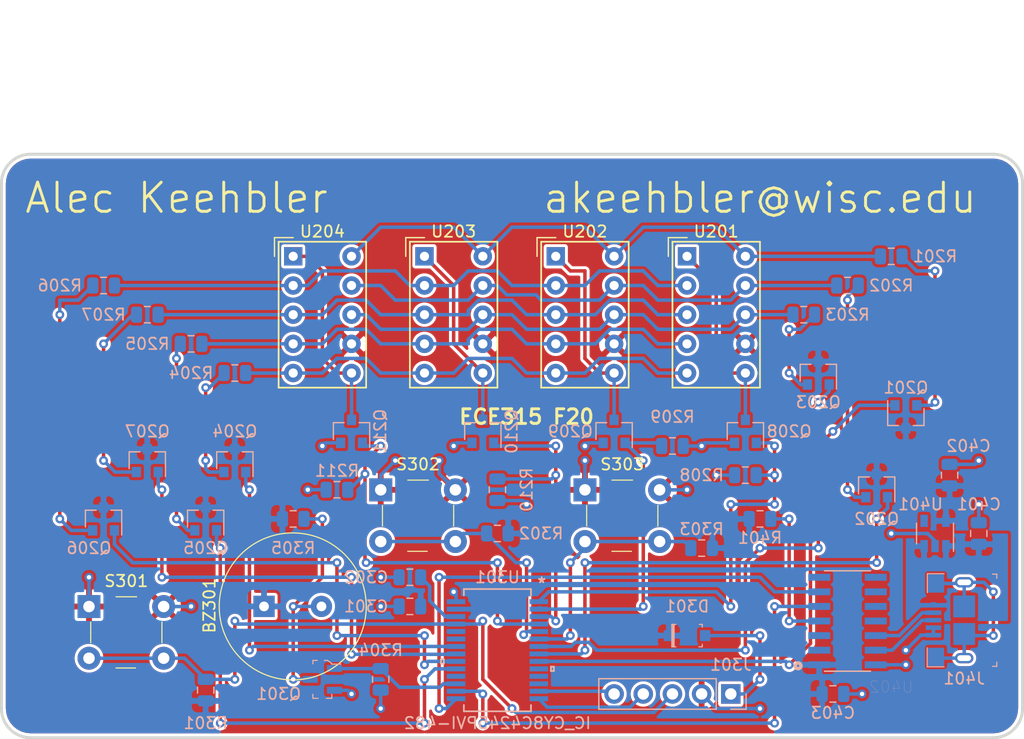
<source format=kicad_pcb>
(kicad_pcb (version 20171130) (host pcbnew "(5.1.6)-1")
  (title_block (title "Alarm Clock") (date 2020-10-03) (rev v1.0) (company UW-Madison) (comment 1 ECE315) (comment 2 "Alec Keehbler"))
  (layers (0 F.Cu signal hide) (31 B.Cu signal) (34 B.Paste user) (35 F.Paste user) (36 B.SilkS user) (37 F.SilkS user) (38 B.Mask user) (39 F.Mask user) (44 Edge.Cuts user))
  (net 0 "")
  (net 1 /03_MCU/BUZZER_N)
  (net 2 +3V3)
  (net 3 GND)
  (net 4 "Net-(C302-Pad1)")
  (net 5 +5V)
  (net 6 "Net-(D301-PadA)")
  (net 7 MCU_SWD)
  (net 8 MCU_XRES_N)
  (net 9 "Net-(J401-PadSH)")
  (net 10 "Net-(J401-Pad2)")
  (net 11 "Net-(J401-Pad3)")
  (net 12 /02_Display.sch/SEG_A_Q)
  (net 13 /02_Display.sch/SEG_A)
  (net 14 /02_Display.sch/SEG_B_Q)
  (net 15 /02_Display.sch/SEG_B)
  (net 16 /02_Display.sch/SEG_C_Q)
  (net 17 /02_Display.sch/SEG_C)
  (net 18 /02_Display.sch/SEG_D_Q)
  (net 19 /02_Display.sch/SEG_D)
  (net 20 /02_Display.sch/SEG_E_Q)
  (net 21 /02_Display.sch/SEG_E)
  (net 22 /02_Display.sch/SEG_F_Q)
  (net 23 /02_Display.sch/SEG_F)
  (net 24 /02_Display.sch/SEG_G_Q)
  (net 25 /02_Display.sch/SEG_G)
  (net 26 /02_Display.sch/DIG0)
  (net 27 /02_Display.sch/DIG0_EN)
  (net 28 /02_Display.sch/DIG1)
  (net 29 /02_Display.sch/DIG1_EN)
  (net 30 /02_Display.sch/DIG2)
  (net 31 /02_Display.sch/DIG2_EN)
  (net 32 /02_Display.sch/DIG3)
  (net 33 /02_Display.sch/DIG3_EN)
  (net 34 BUZZER)
  (net 35 /02_Display.sch/SEG_A_R)
  (net 36 /02_Display.sch/SEG_B_R)
  (net 37 /02_Display.sch/SEG_C_R)
  (net 38 /02_Display.sch/SEG_D_R)
  (net 39 /02_Display.sch/SEG_E_R)
  (net 40 /02_Display.sch/SEG_F_R)
  (net 41 /02_Display.sch/SEG_G_R)
  (net 42 BTN_1)
  (net 43 "Net-(R401-Pad2)")
  (net 44 BTN_0)
  (net 45 "Net-(U301-Pad10)")
  (net 46 "Net-(U301-Pad11)")
  (net 47 "Net-(U301-Pad12)")
  (net 48 MCU_SCLK)
  (net 49 /04_PWR/MCP_UTX)
  (net 50 /04_PWR/MCP_URX)
  (net 51 "Net-(U301-Pad18)")
  (net 52 "Net-(U301-Pad23)")
  (net 53 "Net-(U301-Pad24)")
  (net 54 "Net-(U401-Pad4)")
  (net 55 "Net-(U402-Pad2)")
  (net 56 "Net-(U402-Pad3)")
  (net 57 "Net-(U402-Pad7)")
  (net 58 "Net-(U402-Pad8)")
  (net 59 "Net-(U402-Pad9)")
  (net 60 "Net-(U402-Pad10)")
  (net 61 "Net-(U402-Pad11)")
  (module Display_7Segment:HDSP-7401 (layer F.Cu) (at 77.47 149.86)
    (fp_text reference U201 (at 2.54 -2.159) (layer F.SilkS))
    (fp_text value HDSP-7403)
    (pad 10 thru_hole circle (at 5.08 0) (size 1.6 1.6) (drill 0.8) (layers *.Cu *.Mask) (net 35 /02_Display.sch/SEG_A_R))
    (pad 9 thru_hole circle (at 5.08 2.54) (size 1.6 1.6) (drill 0.8) (layers *.Cu *.Mask) (net 36 /02_Display.sch/SEG_B_R))
    (pad 8 thru_hole circle (at 5.08 5.08) (size 1.6 1.6) (drill 0.8) (layers *.Cu *.Mask) (net 37 /02_Display.sch/SEG_C_R))
    (pad 7 thru_hole circle (at 5.08 7.62) (size 1.6 1.6) (drill 0.8) (layers *.Cu *.Mask) (net 3 GND))
    (pad 6 thru_hole circle (at 5.08 10.16) (size 1.6 1.6) (drill 0.8) (layers *.Cu *.Mask) (net 26 /02_Display.sch/DIG0))
    (pad 5 thru_hole circle (at 0 10.16) (size 1.6 1.6) (drill 0.8) (layers *.Cu *.Mask) (net 38 /02_Display.sch/SEG_D_R))
    (pad 4 thru_hole circle (at 0 7.62) (size 1.6 1.6) (drill 0.8) (layers *.Cu *.Mask) (net 39 /02_Display.sch/SEG_E_R))
    (pad 3 thru_hole circle (at 0 5.08) (size 1.6 1.6) (drill 0.8) (layers *.Cu *.Mask) (net 41 /02_Display.sch/SEG_G_R))
    (pad 2 thru_hole circle (at 0 2.54) (size 1.6 1.6) (drill 0.8) (layers *.Cu *.Mask) (net 40 /02_Display.sch/SEG_F_R))
    (pad 1 thru_hole rect (at 0 0) (size 1.6 1.6) (drill 0.8) (layers *.Cu *.Mask) (net 26 /02_Display.sch/DIG0))
  )
  (module ECE315:SOIC127P600X175-14N (layer B.Cu) (at 91.44 181.61)
    (fp_text reference U402 (at 3.81 5.73355) (layer B.SilkS) (effects (font (thickness 0.015)) (justify mirror)))
    (fp_text value MCP2221A-I_SL)
    (pad 1 smd rect (at -2.46 3.81) (size 1.91 0.6) (layers B.Cu B.Paste B.Mask) (net 2 +3V3))
    (pad 2 smd rect (at -2.46 2.54) (size 1.91 0.6) (layers B.Cu B.Paste B.Mask) (net 55 "Net-(U402-Pad2)"))
    (pad 3 smd rect (at -2.46 1.27) (size 1.91 0.6) (layers B.Cu B.Paste B.Mask) (net 56 "Net-(U402-Pad3)"))
    (pad 4 smd rect (at -2.46 0) (size 1.91 0.6) (layers B.Cu B.Paste B.Mask) (net 43 "Net-(R401-Pad2)"))
    (pad 5 smd rect (at -2.46 -1.27) (size 1.91 0.6) (layers B.Cu B.Paste B.Mask) (net 50 /04_PWR/MCP_URX))
    (pad 6 smd rect (at -2.46 -2.54) (size 1.91 0.6) (layers B.Cu B.Paste B.Mask) (net 49 /04_PWR/MCP_UTX))
    (pad 7 smd rect (at -2.46 -3.81) (size 1.91 0.6) (layers B.Cu B.Paste B.Mask) (net 57 "Net-(U402-Pad7)"))
    (pad 8 smd rect (at 2.46 -3.81) (size 1.91 0.6) (layers B.Cu B.Paste B.Mask) (net 58 "Net-(U402-Pad8)"))
    (pad 9 smd rect (at 2.46 -2.54) (size 1.91 0.6) (layers B.Cu B.Paste B.Mask) (net 59 "Net-(U402-Pad9)"))
    (pad 10 smd rect (at 2.46 -1.27) (size 1.91 0.6) (layers B.Cu B.Paste B.Mask) (net 60 "Net-(U402-Pad10)"))
    (pad 11 smd rect (at 2.46 0) (size 1.91 0.6) (layers B.Cu B.Paste B.Mask) (net 61 "Net-(U402-Pad11)"))
    (pad 12 smd rect (at 2.46 1.27) (size 1.91 0.6) (layers B.Cu B.Paste B.Mask) (net 10 "Net-(J401-Pad2)"))
    (pad 13 smd rect (at 2.46 2.54) (size 1.91 0.6) (layers B.Cu B.Paste B.Mask) (net 11 "Net-(J401-Pad3)"))
    (pad 14 smd rect (at 2.46 3.81) (size 1.91 0.6) (layers B.Cu B.Paste B.Mask) (net 3 GND))
  )
  (module Package_TO_SOT_SMD:SOT-23-5 (layer B.Cu) (at 99.06 173.99 90)
    (fp_text reference U401 (at 2.54 -1.27 180) (layer B.SilkS) (effects (justify mirror)))
    (fp_text value TLV71333PDBV)
    (pad 5 smd rect (at 1.1 0.95 90) (size 1.06 0.65) (layers B.Cu B.Paste B.Mask) (net 2 +3V3))
    (pad 4 smd rect (at 1.1 -0.95 90) (size 1.06 0.65) (layers B.Cu B.Paste B.Mask) (net 54 "Net-(U401-Pad4)"))
    (pad 3 smd rect (at -1.1 -0.95 90) (size 1.06 0.65) (layers B.Cu B.Paste B.Mask) (net 5 +5V))
    (pad 2 smd rect (at -1.1 0 90) (size 1.06 0.65) (layers B.Cu B.Paste B.Mask) (net 3 GND))
    (pad 1 smd rect (at -1.1 0.95 90) (size 1.06 0.65) (layers B.Cu B.Paste B.Mask) (net 5 +5V))
  )
  (module ECE315:CY8C4245PVI-482 (layer B.Cu) (at 60.96 184.15 180)
    (fp_text reference U301 (at 0 6.35) (layer B.SilkS) (effects (justify mirror)))
    (fp_text value IC_CY8C4245PVI-482 (at 0 -6.35) (layer B.SilkS) (effects (justify mirror)))
    (fp_text user * (at -3.85445 5.7998) (layer B.SilkS) (effects (justify mirror)))
    (fp_text user * (at -3.85445 5.7998) (layer B.SilkS) (effects (justify mirror)))
    (pad 1 smd rect (at -3.60045 4.225 180) (size 1.6129 0.4318) (layers B.Cu B.Paste B.Mask) (net 27 /02_Display.sch/DIG0_EN))
    (pad 2 smd rect (at -3.60045 3.574999 180) (size 1.6129 0.4318) (layers B.Cu B.Paste B.Mask) (net 29 /02_Display.sch/DIG1_EN))
    (pad 3 smd rect (at -3.60045 2.925 180) (size 1.6129 0.4318) (layers B.Cu B.Paste B.Mask) (net 31 /02_Display.sch/DIG2_EN))
    (pad 4 smd rect (at -3.60045 2.274999 180) (size 1.6129 0.4318) (layers B.Cu B.Paste B.Mask) (net 33 /02_Display.sch/DIG3_EN))
    (pad 5 smd rect (at -3.60045 1.625001 180) (size 1.6129 0.4318) (layers B.Cu B.Paste B.Mask) (net 44 BTN_0))
    (pad 6 smd rect (at -3.60045 0.974999 180) (size 1.6129 0.4318) (layers B.Cu B.Paste B.Mask) (net 42 BTN_1))
    (pad 7 smd rect (at -3.60045 0.325001 180) (size 1.6129 0.4318) (layers B.Cu B.Paste B.Mask) (net 13 /02_Display.sch/SEG_A))
    (pad 8 smd rect (at -3.60045 -0.324998 180) (size 1.6129 0.4318) (layers B.Cu B.Paste B.Mask) (net 15 /02_Display.sch/SEG_B))
    (pad 9 smd rect (at -3.60045 -0.974999 180) (size 1.6129 0.4318) (layers B.Cu B.Paste B.Mask) (net 17 /02_Display.sch/SEG_C))
    (pad 10 smd rect (at -3.60045 -1.624998 180) (size 1.6129 0.4318) (layers B.Cu B.Paste B.Mask) (net 45 "Net-(U301-Pad10)"))
    (pad 11 smd rect (at -3.60045 -2.274999 180) (size 1.6129 0.4318) (layers B.Cu B.Paste B.Mask) (net 46 "Net-(U301-Pad11)"))
    (pad 12 smd rect (at -3.60045 -2.924998 180) (size 1.6129 0.4318) (layers B.Cu B.Paste B.Mask) (net 47 "Net-(U301-Pad12)"))
    (pad 13 smd rect (at -3.60045 -3.574999 180) (size 1.6129 0.4318) (layers B.Cu B.Paste B.Mask) (net 7 MCU_SWD))
    (pad 14 smd rect (at -3.60045 -4.224998 180) (size 1.6129 0.4318) (layers B.Cu B.Paste B.Mask) (net 48 MCU_SCLK))
    (pad 15 smd rect (at 3.60045 -4.225 180) (size 1.6129 0.4318) (layers B.Cu B.Paste B.Mask) (net 49 /04_PWR/MCP_UTX))
    (pad 16 smd rect (at 3.60045 -3.574999 180) (size 1.6129 0.4318) (layers B.Cu B.Paste B.Mask) (net 50 /04_PWR/MCP_URX))
    (pad 17 smd rect (at 3.60045 -2.925 180) (size 1.6129 0.4318) (layers B.Cu B.Paste B.Mask) (net 34 BUZZER))
    (pad 18 smd rect (at 3.60045 -2.274999 180) (size 1.6129 0.4318) (layers B.Cu B.Paste B.Mask) (net 51 "Net-(U301-Pad18)"))
    (pad 19 smd rect (at 3.60045 -1.625001 180) (size 1.6129 0.4318) (layers B.Cu B.Paste B.Mask) (net 21 /02_Display.sch/SEG_E))
    (pad 20 smd rect (at 3.60045 -0.974999 180) (size 1.6129 0.4318) (layers B.Cu B.Paste B.Mask) (net 23 /02_Display.sch/SEG_F))
    (pad 21 smd rect (at 3.60045 -0.325001 180) (size 1.6129 0.4318) (layers B.Cu B.Paste B.Mask) (net 25 /02_Display.sch/SEG_G))
    (pad 22 smd rect (at 3.60045 0.325001 180) (size 1.6129 0.4318) (layers B.Cu B.Paste B.Mask) (net 19 /02_Display.sch/SEG_D))
    (pad 23 smd rect (at 3.60045 0.974999 180) (size 1.6129 0.4318) (layers B.Cu B.Paste B.Mask) (net 52 "Net-(U301-Pad23)"))
    (pad 24 smd rect (at 3.60045 1.625001 180) (size 1.6129 0.4318) (layers B.Cu B.Paste B.Mask) (net 53 "Net-(U301-Pad24)"))
    (pad 25 smd rect (at 3.60045 2.274999 180) (size 1.6129 0.4318) (layers B.Cu B.Paste B.Mask) (net 8 MCU_XRES_N))
    (pad 26 smd rect (at 3.60045 2.925 180) (size 1.6129 0.4318) (layers B.Cu B.Paste B.Mask) (net 4 "Net-(C302-Pad1)"))
    (pad 27 smd rect (at 3.60045 3.574999 180) (size 1.6129 0.4318) (layers B.Cu B.Paste B.Mask) (net 2 +3V3))
    (pad 28 smd rect (at 3.60045 4.225 180) (size 1.6129 0.4318) (layers B.Cu B.Paste B.Mask) (net 3 GND))
  )
  (module Display_7Segment:HDSP-7401 (layer F.Cu) (at 43.18 149.86)
    (fp_text reference U204 (at 2.54 -2.159) (layer F.SilkS))
    (fp_text value HDSP-7403)
    (pad 10 thru_hole circle (at 5.08 0) (size 1.6 1.6) (drill 0.8) (layers *.Cu *.Mask) (net 35 /02_Display.sch/SEG_A_R))
    (pad 9 thru_hole circle (at 5.08 2.54) (size 1.6 1.6) (drill 0.8) (layers *.Cu *.Mask) (net 36 /02_Display.sch/SEG_B_R))
    (pad 8 thru_hole circle (at 5.08 5.08) (size 1.6 1.6) (drill 0.8) (layers *.Cu *.Mask) (net 37 /02_Display.sch/SEG_C_R))
    (pad 7 thru_hole circle (at 5.08 7.62) (size 1.6 1.6) (drill 0.8) (layers *.Cu *.Mask) (net 3 GND))
    (pad 6 thru_hole circle (at 5.08 10.16) (size 1.6 1.6) (drill 0.8) (layers *.Cu *.Mask) (net 32 /02_Display.sch/DIG3))
    (pad 5 thru_hole circle (at 0 10.16) (size 1.6 1.6) (drill 0.8) (layers *.Cu *.Mask) (net 38 /02_Display.sch/SEG_D_R))
    (pad 4 thru_hole circle (at 0 7.62) (size 1.6 1.6) (drill 0.8) (layers *.Cu *.Mask) (net 39 /02_Display.sch/SEG_E_R))
    (pad 3 thru_hole circle (at 0 5.08) (size 1.6 1.6) (drill 0.8) (layers *.Cu *.Mask) (net 41 /02_Display.sch/SEG_G_R))
    (pad 2 thru_hole circle (at 0 2.54) (size 1.6 1.6) (drill 0.8) (layers *.Cu *.Mask) (net 40 /02_Display.sch/SEG_F_R))
    (pad 1 thru_hole rect (at 0 0) (size 1.6 1.6) (drill 0.8) (layers *.Cu *.Mask) (net 32 /02_Display.sch/DIG3))
  )
  (module Display_7Segment:HDSP-7401 (layer F.Cu) (at 54.61 149.86)
    (fp_text reference U203 (at 2.54 -2.159) (layer F.SilkS))
    (fp_text value HDSP-7403)
    (pad 10 thru_hole circle (at 5.08 0) (size 1.6 1.6) (drill 0.8) (layers *.Cu *.Mask) (net 35 /02_Display.sch/SEG_A_R))
    (pad 9 thru_hole circle (at 5.08 2.54) (size 1.6 1.6) (drill 0.8) (layers *.Cu *.Mask) (net 36 /02_Display.sch/SEG_B_R))
    (pad 8 thru_hole circle (at 5.08 5.08) (size 1.6 1.6) (drill 0.8) (layers *.Cu *.Mask) (net 37 /02_Display.sch/SEG_C_R))
    (pad 7 thru_hole circle (at 5.08 7.62) (size 1.6 1.6) (drill 0.8) (layers *.Cu *.Mask) (net 3 GND))
    (pad 6 thru_hole circle (at 5.08 10.16) (size 1.6 1.6) (drill 0.8) (layers *.Cu *.Mask) (net 30 /02_Display.sch/DIG2))
    (pad 5 thru_hole circle (at 0 10.16) (size 1.6 1.6) (drill 0.8) (layers *.Cu *.Mask) (net 38 /02_Display.sch/SEG_D_R))
    (pad 4 thru_hole circle (at 0 7.62) (size 1.6 1.6) (drill 0.8) (layers *.Cu *.Mask) (net 39 /02_Display.sch/SEG_E_R))
    (pad 3 thru_hole circle (at 0 5.08) (size 1.6 1.6) (drill 0.8) (layers *.Cu *.Mask) (net 41 /02_Display.sch/SEG_G_R))
    (pad 2 thru_hole circle (at 0 2.54) (size 1.6 1.6) (drill 0.8) (layers *.Cu *.Mask) (net 40 /02_Display.sch/SEG_F_R))
    (pad 1 thru_hole rect (at 0 0) (size 1.6 1.6) (drill 0.8) (layers *.Cu *.Mask) (net 30 /02_Display.sch/DIG2))
  )
  (module Display_7Segment:HDSP-7401 (layer F.Cu) (at 66.04 149.86)
    (fp_text reference U202 (at 2.54 -2.159) (layer F.SilkS))
    (fp_text value HDSP-7403)
    (pad 10 thru_hole circle (at 5.08 0) (size 1.6 1.6) (drill 0.8) (layers *.Cu *.Mask) (net 35 /02_Display.sch/SEG_A_R))
    (pad 9 thru_hole circle (at 5.08 2.54) (size 1.6 1.6) (drill 0.8) (layers *.Cu *.Mask) (net 36 /02_Display.sch/SEG_B_R))
    (pad 8 thru_hole circle (at 5.08 5.08) (size 1.6 1.6) (drill 0.8) (layers *.Cu *.Mask) (net 37 /02_Display.sch/SEG_C_R))
    (pad 7 thru_hole circle (at 5.08 7.62) (size 1.6 1.6) (drill 0.8) (layers *.Cu *.Mask) (net 3 GND))
    (pad 6 thru_hole circle (at 5.08 10.16) (size 1.6 1.6) (drill 0.8) (layers *.Cu *.Mask) (net 28 /02_Display.sch/DIG1))
    (pad 5 thru_hole circle (at 0 10.16) (size 1.6 1.6) (drill 0.8) (layers *.Cu *.Mask) (net 38 /02_Display.sch/SEG_D_R))
    (pad 4 thru_hole circle (at 0 7.62) (size 1.6 1.6) (drill 0.8) (layers *.Cu *.Mask) (net 39 /02_Display.sch/SEG_E_R))
    (pad 3 thru_hole circle (at 0 5.08) (size 1.6 1.6) (drill 0.8) (layers *.Cu *.Mask) (net 41 /02_Display.sch/SEG_G_R))
    (pad 2 thru_hole circle (at 0 2.54) (size 1.6 1.6) (drill 0.8) (layers *.Cu *.Mask) (net 40 /02_Display.sch/SEG_F_R))
    (pad 1 thru_hole rect (at 0 0) (size 1.6 1.6) (drill 0.8) (layers *.Cu *.Mask) (net 28 /02_Display.sch/DIG1))
  )
  (module digikey-footprints:Switch_Tactile_THT_B3F-1xxx (layer F.Cu) (at 68.58 170.18)
    (fp_text reference S303 (at 3.2512 -2.2094) (layer F.SilkS))
    (fp_text value B3F-1000)
    (pad 4 thru_hole circle (at 6.5012 4.5106) (size 2 2) (drill 1) (layers *.Cu *.Mask) (net 42 BTN_1))
    (pad 3 thru_hole circle (at 0.0012 4.5106) (size 2 2) (drill 1) (layers *.Cu *.Mask) (net 42 BTN_1))
    (pad 2 thru_hole circle (at 6.5012 0.0106) (size 2 2) (drill 1) (layers *.Cu *.Mask) (net 3 GND))
    (pad 1 thru_hole rect (at 0.0012 0.0106) (size 2 2) (drill 1) (layers *.Cu *.Mask) (net 3 GND))
  )
  (module digikey-footprints:Switch_Tactile_THT_B3F-1xxx (layer F.Cu) (at 50.8 170.18)
    (fp_text reference S302 (at 3.2512 -2.2094) (layer F.SilkS))
    (fp_text value B3F-1000)
    (pad 4 thru_hole circle (at 6.5012 4.5106) (size 2 2) (drill 1) (layers *.Cu *.Mask) (net 44 BTN_0))
    (pad 3 thru_hole circle (at 0.0012 4.5106) (size 2 2) (drill 1) (layers *.Cu *.Mask) (net 44 BTN_0))
    (pad 2 thru_hole circle (at 6.5012 0.0106) (size 2 2) (drill 1) (layers *.Cu *.Mask) (net 3 GND))
    (pad 1 thru_hole rect (at 0.0012 0.0106) (size 2 2) (drill 1) (layers *.Cu *.Mask) (net 3 GND))
  )
  (module digikey-footprints:Switch_Tactile_THT_B3F-1xxx (layer F.Cu) (at 25.4 180.34)
    (fp_text reference S301 (at 3.2512 -2.2094) (layer F.SilkS))
    (fp_text value B3F-1000)
    (pad 4 thru_hole circle (at 6.5012 4.5106) (size 2 2) (drill 1) (layers *.Cu *.Mask) (net 8 MCU_XRES_N))
    (pad 3 thru_hole circle (at 0.0012 4.5106) (size 2 2) (drill 1) (layers *.Cu *.Mask) (net 8 MCU_XRES_N))
    (pad 2 thru_hole circle (at 6.5012 0.0106) (size 2 2) (drill 1) (layers *.Cu *.Mask) (net 3 GND))
    (pad 1 thru_hole rect (at 0.0012 0.0106) (size 2 2) (drill 1) (layers *.Cu *.Mask) (net 3 GND))
  )
  (module Resistor_SMD:R_0805_2012Metric (layer B.Cu) (at 83.82 172.72)
    (fp_text reference R401 (at 0 1.65) (layer B.SilkS) (effects (justify mirror)))
    (fp_text value 10K)
    (pad 2 smd roundrect (at 0.9375 0) (size 0.975 1.4) (layers B.Cu B.Paste B.Mask) (net 43 "Net-(R401-Pad2)"))
    (pad 1 smd roundrect (at -0.9375 0) (size 0.975 1.4) (layers B.Cu B.Paste B.Mask) (net 2 +3V3))
  )
  (module Resistor_SMD:R_0805_2012Metric (layer B.Cu) (at 43.18 172.72)
    (fp_text reference R305 (at 0 2.54) (layer B.SilkS) (effects (justify mirror)))
    (fp_text value 1K)
    (pad 2 smd roundrect (at 0.9375 0) (size 0.975 1.4) (layers B.Cu B.Paste B.Mask) (net 1 /03_MCU/BUZZER_N))
    (pad 1 smd roundrect (at -0.9375 0) (size 0.975 1.4) (layers B.Cu B.Paste B.Mask) (net 2 +3V3))
  )
  (module Resistor_SMD:R_0805_2012Metric (layer B.Cu) (at 50.8 186.69 270)
    (fp_text reference R304 (at -2.54 0 180) (layer B.SilkS) (effects (justify mirror)))
    (fp_text value 10K)
    (pad 2 smd roundrect (at 0.9375 0 270) (size 0.975 1.4) (layers B.Cu B.Paste B.Mask) (net 3 GND))
    (pad 1 smd roundrect (at -0.9375 0 270) (size 0.975 1.4) (layers B.Cu B.Paste B.Mask) (net 34 BUZZER))
  )
  (module Resistor_SMD:R_0805_2012Metric (layer B.Cu) (at 78.74 175.26 180)
    (fp_text reference R303 (at 0 1.65) (layer B.SilkS) (effects (justify mirror)))
    (fp_text value 10K)
    (pad 2 smd roundrect (at 0.9375 0 180) (size 0.975 1.4) (layers B.Cu B.Paste B.Mask) (net 42 BTN_1))
    (pad 1 smd roundrect (at -0.9375 0 180) (size 0.975 1.4) (layers B.Cu B.Paste B.Mask) (net 2 +3V3))
  )
  (module Resistor_SMD:R_0805_2012Metric (layer B.Cu) (at 60.96 173.99 180)
    (fp_text reference R302 (at -3.81 0) (layer B.SilkS) (effects (justify mirror)))
    (fp_text value 10K)
    (pad 2 smd roundrect (at 0.9375 0 180) (size 0.975 1.4) (layers B.Cu B.Paste B.Mask) (net 44 BTN_0))
    (pad 1 smd roundrect (at -0.9375 0 180) (size 0.975 1.4) (layers B.Cu B.Paste B.Mask) (net 2 +3V3))
  )
  (module Resistor_SMD:R_0805_2012Metric (layer B.Cu) (at 35.56 187.6275 90)
    (fp_text reference R301 (at -2.8725 0 180) (layer B.SilkS) (effects (justify mirror)))
    (fp_text value 10K)
    (pad 2 smd roundrect (at 0.9375 0 90) (size 0.975 1.4) (layers B.Cu B.Paste B.Mask) (net 8 MCU_XRES_N))
    (pad 1 smd roundrect (at -0.9375 0 90) (size 0.975 1.4) (layers B.Cu B.Paste B.Mask) (net 2 +3V3))
  )
  (module Resistor_SMD:R_0805_2012Metric (layer B.Cu) (at 46.99 170.18 180)
    (fp_text reference R211 (at 0 1.65) (layer B.SilkS) (effects (justify mirror)))
    (fp_text value 10K)
    (pad 2 smd roundrect (at 0.9375 0 180) (size 0.975 1.4) (layers B.Cu B.Paste B.Mask) (net 3 GND))
    (pad 1 smd roundrect (at -0.9375 0 180) (size 0.975 1.4) (layers B.Cu B.Paste B.Mask) (net 33 /02_Display.sch/DIG3_EN))
  )
  (module Resistor_SMD:R_0805_2012Metric (layer B.Cu) (at 60.96 170.18 270)
    (fp_text reference R210 (at 0 -2.54 90) (layer B.SilkS) (effects (justify mirror)))
    (fp_text value 10K)
    (pad 2 smd roundrect (at 0.9375 0 270) (size 0.975 1.4) (layers B.Cu B.Paste B.Mask) (net 3 GND))
    (pad 1 smd roundrect (at -0.9375 0 270) (size 0.975 1.4) (layers B.Cu B.Paste B.Mask) (net 31 /02_Display.sch/DIG2_EN))
  )
  (module Resistor_SMD:R_0805_2012Metric (layer B.Cu) (at 76.2 166.37)
    (fp_text reference R209 (at 0 -2.54) (layer B.SilkS) (effects (justify mirror)))
    (fp_text value 10K)
    (pad 2 smd roundrect (at 0.9375 0) (size 0.975 1.4) (layers B.Cu B.Paste B.Mask) (net 3 GND))
    (pad 1 smd roundrect (at -0.9375 0) (size 0.975 1.4) (layers B.Cu B.Paste B.Mask) (net 29 /02_Display.sch/DIG1_EN))
  )
  (module Resistor_SMD:R_0805_2012Metric (layer B.Cu) (at 82.55 168.91 180)
    (fp_text reference R208 (at 3.81 0 180) (layer B.SilkS) (effects (justify mirror)))
    (fp_text value 10K)
    (pad 2 smd roundrect (at 0.9375 0 180) (size 0.975 1.4) (layers B.Cu B.Paste B.Mask) (net 3 GND))
    (pad 1 smd roundrect (at -0.9375 0 180) (size 0.975 1.4) (layers B.Cu B.Paste B.Mask) (net 27 /02_Display.sch/DIG0_EN))
  )
  (module Resistor_SMD:R_0805_2012Metric (layer B.Cu) (at 30.48 154.94 180)
    (fp_text reference R207 (at 3.81 0) (layer B.SilkS) (effects (justify mirror)))
    (fp_text value 1K)
    (pad 2 smd roundrect (at 0.9375 0 180) (size 0.975 1.4) (layers B.Cu B.Paste B.Mask) (net 24 /02_Display.sch/SEG_G_Q))
    (pad 1 smd roundrect (at -0.9375 0 180) (size 0.975 1.4) (layers B.Cu B.Paste B.Mask) (net 41 /02_Display.sch/SEG_G_R))
  )
  (module Resistor_SMD:R_0805_2012Metric (layer B.Cu) (at 26.67 152.4 180)
    (fp_text reference R206 (at 3.81 0) (layer B.SilkS) (effects (justify mirror)))
    (fp_text value 1K)
    (pad 2 smd roundrect (at 0.9375 0 180) (size 0.975 1.4) (layers B.Cu B.Paste B.Mask) (net 22 /02_Display.sch/SEG_F_Q))
    (pad 1 smd roundrect (at -0.9375 0 180) (size 0.975 1.4) (layers B.Cu B.Paste B.Mask) (net 40 /02_Display.sch/SEG_F_R))
  )
  (module Resistor_SMD:R_0805_2012Metric (layer B.Cu) (at 34.29 157.48 180)
    (fp_text reference R205 (at 3.81 0) (layer B.SilkS) (effects (justify mirror)))
    (fp_text value 1K)
    (pad 2 smd roundrect (at 0.9375 0 180) (size 0.975 1.4) (layers B.Cu B.Paste B.Mask) (net 20 /02_Display.sch/SEG_E_Q))
    (pad 1 smd roundrect (at -0.9375 0 180) (size 0.975 1.4) (layers B.Cu B.Paste B.Mask) (net 39 /02_Display.sch/SEG_E_R))
  )
  (module Resistor_SMD:R_0805_2012Metric (layer B.Cu) (at 38.1 160.02 180)
    (fp_text reference R204 (at 3.81 0) (layer B.SilkS) (effects (justify mirror)))
    (fp_text value 1K)
    (pad 2 smd roundrect (at 0.9375 0 180) (size 0.975 1.4) (layers B.Cu B.Paste B.Mask) (net 18 /02_Display.sch/SEG_D_Q))
    (pad 1 smd roundrect (at -0.9375 0 180) (size 0.975 1.4) (layers B.Cu B.Paste B.Mask) (net 38 /02_Display.sch/SEG_D_R))
  )
  (module Resistor_SMD:R_0805_2012Metric (layer B.Cu) (at 87.63 154.94)
    (fp_text reference R203 (at 3.81 0) (layer B.SilkS) (effects (justify mirror)))
    (fp_text value 1K)
    (pad 2 smd roundrect (at 0.9375 0) (size 0.975 1.4) (layers B.Cu B.Paste B.Mask) (net 16 /02_Display.sch/SEG_C_Q))
    (pad 1 smd roundrect (at -0.9375 0) (size 0.975 1.4) (layers B.Cu B.Paste B.Mask) (net 37 /02_Display.sch/SEG_C_R))
  )
  (module Resistor_SMD:R_0805_2012Metric (layer B.Cu) (at 91.44 152.4)
    (fp_text reference R202 (at 3.81 0) (layer B.SilkS) (effects (justify mirror)))
    (fp_text value 1K)
    (pad 2 smd roundrect (at 0.9375 0) (size 0.975 1.4) (layers B.Cu B.Paste B.Mask) (net 14 /02_Display.sch/SEG_B_Q))
    (pad 1 smd roundrect (at -0.9375 0) (size 0.975 1.4) (layers B.Cu B.Paste B.Mask) (net 36 /02_Display.sch/SEG_B_R))
  )
  (module Resistor_SMD:R_0805_2012Metric (layer B.Cu) (at 95.25 149.86)
    (fp_text reference R201 (at 3.81 0) (layer B.SilkS) (effects (justify mirror)))
    (fp_text value 1K)
    (pad 2 smd roundrect (at 0.9375 0) (size 0.975 1.4) (layers B.Cu B.Paste B.Mask) (net 12 /02_Display.sch/SEG_A_Q))
    (pad 1 smd roundrect (at -0.9375 0) (size 0.975 1.4) (layers B.Cu B.Paste B.Mask) (net 35 /02_Display.sch/SEG_A_R))
  )
  (module digikey-footprints:SOT-23-3 (layer B.Cu) (at 45.72 186.69 180)
    (fp_text reference Q301 (at 3.81 -1.27) (layer B.SilkS) (effects (justify mirror)))
    (fp_text value BC817-25-TP)
    (pad 1 smd rect (at -1.05 0.95 180) (size 1.3 0.6) (layers B.Cu B.Paste B.Mask) (net 34 BUZZER))
    (pad 2 smd rect (at -1.05 -0.95 180) (size 1.3 0.6) (layers B.Cu B.Paste B.Mask) (net 3 GND))
    (pad 3 smd rect (at 1.05 0 180) (size 1.3 0.6) (layers B.Cu B.Paste B.Mask) (net 1 /03_MCU/BUZZER_N))
  )
  (module Package_TO_SOT_SMD:SOT-23 (layer B.Cu) (at 48.26 165.1 90)
    (fp_text reference Q211 (at 0 2.5 90) (layer B.SilkS) (effects (justify mirror)))
    (fp_text value BSN20)
    (pad 3 smd rect (at 1 0 90) (size 0.9 0.8) (layers B.Cu B.Paste B.Mask) (net 32 /02_Display.sch/DIG3))
    (pad 2 smd rect (at -1 -0.95 90) (size 0.9 0.8) (layers B.Cu B.Paste B.Mask) (net 3 GND))
    (pad 1 smd rect (at -1 0.95 90) (size 0.9 0.8) (layers B.Cu B.Paste B.Mask) (net 33 /02_Display.sch/DIG3_EN))
  )
  (module Package_TO_SOT_SMD:SOT-23 (layer B.Cu) (at 59.69 165.1 90)
    (fp_text reference Q210 (at 0 2.5 90) (layer B.SilkS) (effects (justify mirror)))
    (fp_text value BSN20)
    (pad 3 smd rect (at 1 0 90) (size 0.9 0.8) (layers B.Cu B.Paste B.Mask) (net 30 /02_Display.sch/DIG2))
    (pad 2 smd rect (at -1 -0.95 90) (size 0.9 0.8) (layers B.Cu B.Paste B.Mask) (net 3 GND))
    (pad 1 smd rect (at -1 0.95 90) (size 0.9 0.8) (layers B.Cu B.Paste B.Mask) (net 31 /02_Display.sch/DIG2_EN))
  )
  (module Package_TO_SOT_SMD:SOT-23 (layer B.Cu) (at 71.12 165.1 90)
    (fp_text reference Q209 (at 0 -3.81 180) (layer B.SilkS) (effects (justify mirror)))
    (fp_text value BSN20)
    (pad 3 smd rect (at 1 0 90) (size 0.9 0.8) (layers B.Cu B.Paste B.Mask) (net 28 /02_Display.sch/DIG1))
    (pad 2 smd rect (at -1 -0.95 90) (size 0.9 0.8) (layers B.Cu B.Paste B.Mask) (net 3 GND))
    (pad 1 smd rect (at -1 0.95 90) (size 0.9 0.8) (layers B.Cu B.Paste B.Mask) (net 29 /02_Display.sch/DIG1_EN))
  )
  (module Package_TO_SOT_SMD:SOT-23 (layer B.Cu) (at 82.55 165.1 90)
    (fp_text reference Q208 (at 0 3.81 180) (layer B.SilkS) (effects (justify mirror)))
    (fp_text value BSN20)
    (pad 3 smd rect (at 1 0 90) (size 0.9 0.8) (layers B.Cu B.Paste B.Mask) (net 26 /02_Display.sch/DIG0))
    (pad 2 smd rect (at -1 -0.95 90) (size 0.9 0.8) (layers B.Cu B.Paste B.Mask) (net 3 GND))
    (pad 1 smd rect (at -1 0.95 90) (size 0.9 0.8) (layers B.Cu B.Paste B.Mask) (net 27 /02_Display.sch/DIG0_EN))
  )
  (module Package_TO_SOT_SMD:SOT-23 (layer B.Cu) (at 30.48 167.64 90)
    (fp_text reference Q207 (at 2.54 0 180) (layer B.SilkS) (effects (justify mirror)))
    (fp_text value BSS84)
    (pad 3 smd rect (at 1 0 90) (size 0.9 0.8) (layers B.Cu B.Paste B.Mask) (net 2 +3V3))
    (pad 2 smd rect (at -1 -0.95 90) (size 0.9 0.8) (layers B.Cu B.Paste B.Mask) (net 24 /02_Display.sch/SEG_G_Q))
    (pad 1 smd rect (at -1 0.95 90) (size 0.9 0.8) (layers B.Cu B.Paste B.Mask) (net 25 /02_Display.sch/SEG_G))
  )
  (module Package_TO_SOT_SMD:SOT-23 (layer B.Cu) (at 26.67 172.72 90)
    (fp_text reference Q206 (at -2.54 -1.27 180) (layer B.SilkS) (effects (justify mirror)))
    (fp_text value BSS84)
    (pad 3 smd rect (at 1 0 90) (size 0.9 0.8) (layers B.Cu B.Paste B.Mask) (net 2 +3V3))
    (pad 2 smd rect (at -1 -0.95 90) (size 0.9 0.8) (layers B.Cu B.Paste B.Mask) (net 22 /02_Display.sch/SEG_F_Q))
    (pad 1 smd rect (at -1 0.95 90) (size 0.9 0.8) (layers B.Cu B.Paste B.Mask) (net 23 /02_Display.sch/SEG_F))
  )
  (module Package_TO_SOT_SMD:SOT-23 (layer B.Cu) (at 35.56 172.72 90)
    (fp_text reference Q205 (at -2.54 0 180) (layer B.SilkS) (effects (justify mirror)))
    (fp_text value BSS84)
    (pad 3 smd rect (at 1 0 90) (size 0.9 0.8) (layers B.Cu B.Paste B.Mask) (net 2 +3V3))
    (pad 2 smd rect (at -1 -0.95 90) (size 0.9 0.8) (layers B.Cu B.Paste B.Mask) (net 20 /02_Display.sch/SEG_E_Q))
    (pad 1 smd rect (at -1 0.95 90) (size 0.9 0.8) (layers B.Cu B.Paste B.Mask) (net 21 /02_Display.sch/SEG_E))
  )
  (module Package_TO_SOT_SMD:SOT-23 (layer B.Cu) (at 38.1 167.64 90)
    (fp_text reference Q204 (at 2.54 0 180) (layer B.SilkS) (effects (justify mirror)))
    (fp_text value BSS84)
    (pad 3 smd rect (at 1 0 90) (size 0.9 0.8) (layers B.Cu B.Paste B.Mask) (net 2 +3V3))
    (pad 2 smd rect (at -1 -0.95 90) (size 0.9 0.8) (layers B.Cu B.Paste B.Mask) (net 18 /02_Display.sch/SEG_D_Q))
    (pad 1 smd rect (at -1 0.95 90) (size 0.9 0.8) (layers B.Cu B.Paste B.Mask) (net 19 /02_Display.sch/SEG_D))
  )
  (module Package_TO_SOT_SMD:SOT-23 (layer B.Cu) (at 88.9 160.02 90)
    (fp_text reference Q203 (at -2.54 0 180) (layer B.SilkS) (effects (justify mirror)))
    (fp_text value BSS84)
    (pad 3 smd rect (at 1 0 90) (size 0.9 0.8) (layers B.Cu B.Paste B.Mask) (net 2 +3V3))
    (pad 2 smd rect (at -1 -0.95 90) (size 0.9 0.8) (layers B.Cu B.Paste B.Mask) (net 16 /02_Display.sch/SEG_C_Q))
    (pad 1 smd rect (at -1 0.95 90) (size 0.9 0.8) (layers B.Cu B.Paste B.Mask) (net 17 /02_Display.sch/SEG_C))
  )
  (module Package_TO_SOT_SMD:SOT-23 (layer B.Cu) (at 93.98 169.83 90)
    (fp_text reference Q202 (at -2.89 0 180) (layer B.SilkS) (effects (justify mirror)))
    (fp_text value BSS84)
    (pad 3 smd rect (at 1 0 90) (size 0.9 0.8) (layers B.Cu B.Paste B.Mask) (net 2 +3V3))
    (pad 2 smd rect (at -1 -0.95 90) (size 0.9 0.8) (layers B.Cu B.Paste B.Mask) (net 14 /02_Display.sch/SEG_B_Q))
    (pad 1 smd rect (at -1 0.95 90) (size 0.9 0.8) (layers B.Cu B.Paste B.Mask) (net 15 /02_Display.sch/SEG_B))
  )
  (module Package_TO_SOT_SMD:SOT-23 (layer B.Cu) (at 96.52 163.83 270)
    (fp_text reference Q201 (at -2.54 0 180) (layer B.SilkS) (effects (justify mirror)))
    (fp_text value BSS84)
    (pad 3 smd rect (at 1 0 270) (size 0.9 0.8) (layers B.Cu B.Paste B.Mask) (net 2 +3V3))
    (pad 2 smd rect (at -1 -0.95 270) (size 0.9 0.8) (layers B.Cu B.Paste B.Mask) (net 12 /02_Display.sch/SEG_A_Q))
    (pad 1 smd rect (at -1 0.95 270) (size 0.9 0.8) (layers B.Cu B.Paste B.Mask) (net 13 /02_Display.sch/SEG_A))
  )
  (module digikey-footprints:USB_Micro_B_Female_10118193-0001LF (layer B.Cu) (at 101.6 181.54 270)
    (fp_text reference J401 (at 5.08 0 180) (layer B.SilkS) (effects (justify mirror)))
    (fp_text value 10118193-0001LF)
    (pad SH smd rect (at 1.2 0 270) (size 1.9 1.9) (layers B.Cu B.Paste B.Mask) (net 9 "Net-(J401-PadSH)"))
    (pad SH smd rect (at -1.2 0 270) (size 1.9 1.9) (layers B.Cu B.Paste B.Mask) (net 9 "Net-(J401-PadSH)"))
    (pad SH smd rect (at 3.2 2.45 270) (size 1.6 1.4) (layers B.Cu B.Paste B.Mask) (net 9 "Net-(J401-PadSH)"))
    (pad SH smd rect (at -3.2 2.45 270) (size 1.6 1.4) (layers B.Cu B.Paste B.Mask) (net 9 "Net-(J401-PadSH)"))
    (pad SH thru_hole oval (at -3.3 0 270) (size 0.9 1.6) (drill oval 0.5 1.2) (layers *.Cu *.Mask) (net 9 "Net-(J401-PadSH)"))
    (pad SH thru_hole oval (at 3.3 0 270) (size 0.9 1.6) (drill oval 0.5 1.2) (layers *.Cu *.Mask) (net 9 "Net-(J401-PadSH)"))
    (pad 1 smd rect (at -1.3 2.675 270) (size 0.4 1.35) (layers B.Cu B.Paste B.Mask) (net 5 +5V))
    (pad 2 smd rect (at -0.65 2.675 270) (size 0.4 1.35) (layers B.Cu B.Paste B.Mask) (net 10 "Net-(J401-Pad2)"))
    (pad 5 smd rect (at 1.3 2.675 270) (size 0.4 1.35) (layers B.Cu B.Paste B.Mask) (net 3 GND))
    (pad 4 smd rect (at 0.65 2.675 270) (size 0.4 1.35) (layers B.Cu B.Paste B.Mask) (net 3 GND))
    (pad 3 smd rect (at 0 2.675 270) (size 0.4 1.35) (layers B.Cu B.Paste B.Mask) (net 11 "Net-(J401-Pad3)"))
  )
  (module Connector_PinHeader_2.54mm:PinHeader_1x05_P2.54mm_Vertical (layer B.Cu) (at 81.28 187.96 90)
    (fp_text reference J301 (at 2.54 0 180) (layer B.SilkS) (effects (justify mirror)))
    (fp_text value Conn_01x05_Male)
    (pad 5 thru_hole oval (at 0 -10.16 90) (size 1.7 1.7) (drill 1) (layers *.Cu *.Mask) (net 7 MCU_SWD))
    (pad 4 thru_hole oval (at 0 -7.62 90) (size 1.7 1.7) (drill 1) (layers *.Cu *.Mask) (net 48 MCU_SCLK))
    (pad 3 thru_hole oval (at 0 -5.08 90) (size 1.7 1.7) (drill 1) (layers *.Cu *.Mask) (net 8 MCU_XRES_N))
    (pad 2 thru_hole oval (at 0 -2.54 90) (size 1.7 1.7) (drill 1) (layers *.Cu *.Mask) (net 3 GND))
    (pad 1 thru_hole rect (at 0 0 90) (size 1.7 1.7) (drill 1) (layers *.Cu *.Mask) (net 6 "Net-(D301-PadA)"))
  )
  (module digikey-footprints:SOD-123 (layer B.Cu) (at 77.47 182.88)
    (fp_text reference D301 (at 0 -2.54) (layer B.SilkS) (effects (justify mirror)))
    (fp_text value 1N5819HW-7-F)
    (pad A smd rect (at 1.575 0) (size 0.9 0.95) (layers B.Cu B.Paste B.Mask) (net 6 "Net-(D301-PadA)"))
    (pad K smd rect (at -1.575 0) (size 0.9 0.95) (layers B.Cu B.Paste B.Mask) (net 2 +3V3))
  )
  (module Capacitor_SMD:C_0805_2012Metric (layer B.Cu) (at 90.17 187.96)
    (fp_text reference C403 (at 0 1.65) (layer B.SilkS) (effects (justify mirror)))
    (fp_text value 10uF)
    (pad 2 smd roundrect (at 0.9375 0) (size 0.975 1.4) (layers B.Cu B.Paste B.Mask) (net 3 GND))
    (pad 1 smd roundrect (at -0.9375 0) (size 0.975 1.4) (layers B.Cu B.Paste B.Mask) (net 2 +3V3))
  )
  (module Capacitor_SMD:C_0805_2012Metric (layer B.Cu) (at 100.33 168.91 90)
    (fp_text reference C402 (at 2.54 1.65 180) (layer B.SilkS) (effects (justify mirror)))
    (fp_text value 10uF)
    (pad 2 smd roundrect (at 0.9375 0 90) (size 0.975 1.4) (layers B.Cu B.Paste B.Mask) (net 3 GND))
    (pad 1 smd roundrect (at -0.9375 0 90) (size 0.975 1.4) (layers B.Cu B.Paste B.Mask) (net 2 +3V3))
  )
  (module Capacitor_SMD:C_0805_2012Metric (layer B.Cu) (at 102.87 173.99 90)
    (fp_text reference C401 (at 2.54 0 180) (layer B.SilkS) (effects (justify mirror)))
    (fp_text value 10uF)
    (pad 2 smd roundrect (at 0.9375 0 90) (size 0.975 1.4) (layers B.Cu B.Paste B.Mask) (net 3 GND))
    (pad 1 smd roundrect (at -0.9375 0 90) (size 0.975 1.4) (layers B.Cu B.Paste B.Mask) (net 5 +5V))
  )
  (module Capacitor_SMD:C_0805_2012Metric (layer B.Cu) (at 53.34 177.8 180)
    (fp_text reference C302 (at 3.81 0 180) (layer B.SilkS) (effects (justify mirror)))
    (fp_text value 10uF)
    (pad 2 smd roundrect (at 0.9375 0 180) (size 0.975 1.4) (layers B.Cu B.Paste B.Mask) (net 3 GND))
    (pad 1 smd roundrect (at -0.9375 0 180) (size 0.975 1.4) (layers B.Cu B.Paste B.Mask) (net 4 "Net-(C302-Pad1)"))
  )
  (module Capacitor_SMD:C_0805_2012Metric (layer B.Cu) (at 53.34 180.34 180)
    (fp_text reference C301 (at 3.81 0) (layer B.SilkS) (effects (justify mirror)))
    (fp_text value 10uF)
    (pad 2 smd roundrect (at 0.9375 0 180) (size 0.975 1.4) (layers B.Cu B.Paste B.Mask) (net 3 GND))
    (pad 1 smd roundrect (at -0.9375 0 180) (size 0.975 1.4) (layers B.Cu B.Paste B.Mask) (net 2 +3V3))
  )
  (module digikey-footprints:Piezo_Transducer_THT_PS1240P02BT (layer F.Cu) (at 40.64 180.34 90)
    (fp_text reference BZ301 (at 0.075 -4.75 90) (layer F.SilkS))
    (fp_text value PS1240P02BT)
    (pad 2 thru_hole circle (at 0 5 90) (size 1.85 1.85) (drill 0.85) (layers *.Cu *.Mask) (net 1 /03_MCU/BUZZER_N))
    (pad 1 thru_hole rect (at 0 0 90) (size 1.85 1.85) (drill 0.85) (layers *.Cu *.Mask) (net 2 +3V3))
  )
  (gr_text "ECE315 F20" (at 63.5 163.83) (layer F.SilkS) (effects (font (size 1.27 1.27) (thickness 0.254))))
  (gr_text akeehbler@wisc.edu (at 83.82 144.78) (layer F.SilkS) (effects (font (size 2.54 2.54) (thickness 0.254))))
  (gr_text "Alec Keehbler" (at 33.02 144.78) (layer F.SilkS) (effects (font (size 2.54 2.54) (thickness 0.254))))
  (gr_arc (start 20.32 143.51) (end 20.32 140.97) (angle -90) (layer Edge.Cuts) (width 0.254))
  (gr_arc (start 20.32 189.23) (end 17.78 189.23) (angle -90) (layer Edge.Cuts) (width 0.254))
  (gr_arc (start 104.14 189.23) (end 104.14 191.77) (angle -90) (layer Edge.Cuts) (width 0.254))
  (gr_arc (start 104.14 143.51) (end 106.68 143.51) (angle -90) (layer Edge.Cuts) (width 0.254))
  (gr_line (start 17.78 143.51) (end 17.78 189.23) (layer Edge.Cuts) (width 0.254))
  (gr_line (start 104.14 140.97) (end 20.32 140.97) (layer Edge.Cuts) (width 0.254))
  (gr_line (start 106.68 189.23) (end 106.68 143.51) (layer Edge.Cuts) (width 0.254))
  (gr_line (start 20.32 191.77) (end 104.14 191.77) (layer Edge.Cuts) (width 0.254))
  (segment (start 45.64 180.34) (end 45.72 180.34) (width 0.3048) (layer B.Cu) (net 1))
  (via (at 43.18 180.34) (size 0.762) (drill 0.381) (layers F.Cu B.Cu) (net 1))
  (segment (start 45.72 180.34) (end 43.18 180.34) (width 0.3048) (layer B.Cu) (net 1))
  (via (at 43.18 186.69) (size 0.762) (drill 0.381) (layers F.Cu B.Cu) (net 1))
  (segment (start 43.18 180.34) (end 43.18 186.69) (width 0.3048) (layer F.Cu) (net 1))
  (segment (start 43.18 186.69) (end 44.67 186.69) (width 0.3048) (layer B.Cu) (net 1))
  (segment (start 43.18 180.34) (end 45.72 177.8) (width 0.3048) (layer F.Cu) (net 1))
  (via (at 45.72 172.72) (size 0.762) (drill 0.381) (layers F.Cu B.Cu) (net 1))
  (segment (start 45.72 177.8) (end 45.72 172.72) (width 0.3048) (layer F.Cu) (net 1))
  (segment (start 45.72 172.72) (end 44.1175 172.72) (width 0.3048) (layer B.Cu) (net 1))
  (via (at 45.72 166.37) (size 0.762) (drill 0.381) (layers F.Cu B.Cu) (net 3))
  (segment (start 47.31 166.1) (end 45.99 166.1) (width 0.3048) (layer B.Cu) (net 3))
  (segment (start 45.99 166.1) (end 45.72 166.37) (width 0.3048) (layer B.Cu) (net 3))
  (via (at 44.45 170.18) (size 0.762) (drill 0.381) (layers F.Cu B.Cu) (net 3))
  (segment (start 46.0525 170.18) (end 44.45 170.18) (width 0.3048) (layer B.Cu) (net 3))
  (via (at 52.07 167.64) (size 0.762) (drill 0.381) (layers F.Cu B.Cu) (net 3))
  (segment (start 50.8012 170.1906) (end 50.8012 168.9088) (width 0.3048) (layer B.Cu) (net 3))
  (segment (start 50.8012 168.9088) (end 52.07 167.64) (width 0.3048) (layer B.Cu) (net 3))
  (via (at 55.88 167.64) (size 0.762) (drill 0.381) (layers F.Cu B.Cu) (net 3))
  (segment (start 57.3012 170.1906) (end 55.88 168.7694) (width 0.3048) (layer B.Cu) (net 3))
  (segment (start 55.88 168.7694) (end 55.88 167.64) (width 0.3048) (layer B.Cu) (net 3))
  (via (at 55.88 167.64) (size 0.762) (drill 0.381) (layers F.Cu B.Cu) (net 3))
  (via (at 57.15 166.37) (size 0.762) (drill 0.381) (layers F.Cu B.Cu) (net 3))
  (segment (start 58.74 166.1) (end 57.42 166.1) (width 0.3048) (layer B.Cu) (net 3))
  (segment (start 57.42 166.1) (end 57.15 166.37) (width 0.3048) (layer B.Cu) (net 3))
  (via (at 63.5 171.45) (size 0.762) (drill 0.381) (layers F.Cu B.Cu) (net 3))
  (segment (start 60.96 171.1175) (end 63.1675 171.1175) (width 0.3048) (layer B.Cu) (net 3))
  (segment (start 63.1675 171.1175) (end 63.5 171.45) (width 0.3048) (layer B.Cu) (net 3))
  (via (at 63.5 171.45) (size 0.762) (drill 0.381) (layers F.Cu B.Cu) (net 3))
  (via (at 68.58 167.64) (size 0.762) (drill 0.381) (layers F.Cu B.Cu) (net 3))
  (segment (start 68.5812 170.1906) (end 68.5812 167.6412) (width 0.3048) (layer B.Cu) (net 3))
  (segment (start 68.5812 167.6412) (end 68.58 167.64) (width 0.3048) (layer B.Cu) (net 3))
  (via (at 68.58 166.37) (size 0.762) (drill 0.381) (layers F.Cu B.Cu) (net 3))
  (segment (start 70.17 166.1) (end 68.85 166.1) (width 0.3048) (layer B.Cu) (net 3))
  (segment (start 68.85 166.1) (end 68.58 166.37) (width 0.3048) (layer B.Cu) (net 3))
  (via (at 68.58 166.37) (size 0.762) (drill 0.381) (layers F.Cu B.Cu) (net 3))
  (via (at 78.74 166.37) (size 0.762) (drill 0.381) (layers F.Cu B.Cu) (net 3))
  (segment (start 77.1375 166.37) (end 78.74 166.37) (width 0.3048) (layer B.Cu) (net 3))
  (segment (start 79.01 166.1) (end 78.74 166.37) (width 0.3048) (layer B.Cu) (net 3))
  (segment (start 81.6 166.1) (end 79.01 166.1) (width 0.3048) (layer B.Cu) (net 3))
  (via (at 77.47 170.18) (size 0.762) (drill 0.381) (layers F.Cu B.Cu) (net 3))
  (segment (start 75.0812 170.1906) (end 77.4594 170.1906) (width 0.3048) (layer B.Cu) (net 3))
  (segment (start 77.4594 170.1906) (end 77.47 170.18) (width 0.3048) (layer B.Cu) (net 3))
  (via (at 80.01 168.91) (size 0.762) (drill 0.381) (layers F.Cu B.Cu) (net 3))
  (segment (start 81.6125 168.91) (end 80.01 168.91) (width 0.3048) (layer B.Cu) (net 3))
  (via (at 102.87 167.64) (size 0.762) (drill 0.381) (layers F.Cu B.Cu) (net 3))
  (segment (start 100.33 167.9725) (end 102.5375 167.9725) (width 0.3048) (layer B.Cu) (net 3))
  (segment (start 102.5375 167.9725) (end 102.87 167.64) (width 0.3048) (layer B.Cu) (net 3))
  (via (at 102.87 171.45) (size 0.762) (drill 0.381) (layers F.Cu B.Cu) (net 3))
  (segment (start 102.87 173.0525) (end 102.87 171.45) (width 0.3048) (layer B.Cu) (net 3))
  (via (at 95.25 173.99) (size 0.762) (drill 0.381) (layers F.Cu B.Cu) (net 3))
  (segment (start 98.413642 173.99) (end 95.25 173.99) (width 0.3048) (layer B.Cu) (net 3))
  (segment (start 99.06 175.09) (end 99.06 174.636358) (width 0.3048) (layer B.Cu) (net 3))
  (segment (start 99.06 174.636358) (end 98.413642 173.99) (width 0.3048) (layer B.Cu) (net 3))
  (segment (start 98.925 182.84) (end 97.83 182.84) (width 0.3048) (layer B.Cu) (net 3))
  (via (at 96.52 184.15) (size 0.762) (drill 0.381) (layers F.Cu B.Cu) (net 3))
  (segment (start 97.83 182.84) (end 96.52 184.15) (width 0.3048) (layer B.Cu) (net 3))
  (segment (start 98.925 182.19) (end 98.925 182.84) (width 0.3048) (layer B.Cu) (net 3))
  (via (at 92.71 187.96) (size 0.762) (drill 0.381) (layers F.Cu B.Cu) (net 3))
  (segment (start 91.1075 187.96) (end 92.71 187.96) (width 0.3048) (layer B.Cu) (net 3))
  (via (at 96.52 185.42) (size 0.762) (drill 0.381) (layers F.Cu B.Cu) (net 3))
  (segment (start 93.9 185.42) (end 96.52 185.42) (width 0.3048) (layer B.Cu) (net 3))
  (via (at 83.82 189.23) (size 0.762) (drill 0.381) (layers F.Cu B.Cu) (net 3))
  (segment (start 78.74 187.96) (end 80.01 189.23) (width 0.3048) (layer B.Cu) (net 3))
  (segment (start 80.01 189.23) (end 83.82 189.23) (width 0.3048) (layer B.Cu) (net 3))
  (segment (start 57.35955 179.925) (end 57.35955 179.27955) (width 0.3048) (layer B.Cu) (net 3))
  (via (at 57.15 179.07) (size 0.762) (drill 0.381) (layers F.Cu B.Cu) (net 3))
  (segment (start 57.35955 179.27955) (end 57.15 179.07) (width 0.3048) (layer B.Cu) (net 3))
  (via (at 50.8 180.34) (size 0.762) (drill 0.381) (layers F.Cu B.Cu) (net 3))
  (segment (start 52.4025 180.34) (end 50.8 180.34) (width 0.3048) (layer B.Cu) (net 3))
  (via (at 50.8 177.8) (size 0.762) (drill 0.381) (layers F.Cu B.Cu) (net 3))
  (segment (start 52.4025 177.8) (end 50.8 177.8) (width 0.3048) (layer B.Cu) (net 3))
  (via (at 50.8 189.23) (size 0.762) (drill 0.381) (layers F.Cu B.Cu) (net 3))
  (segment (start 50.8 187.6275) (end 50.8 189.23) (width 0.3048) (layer B.Cu) (net 3))
  (via (at 48.26 187.96) (size 0.762) (drill 0.381) (layers F.Cu B.Cu) (net 3))
  (segment (start 46.77 187.64) (end 47.94 187.64) (width 0.3048) (layer B.Cu) (net 3))
  (segment (start 47.94 187.64) (end 48.26 187.96) (width 0.3048) (layer B.Cu) (net 3))
  (via (at 25.4 177.8) (size 0.762) (drill 0.381) (layers F.Cu B.Cu) (net 3))
  (segment (start 25.4012 180.3506) (end 25.4012 177.8012) (width 0.3048) (layer B.Cu) (net 3))
  (segment (start 25.4012 177.8012) (end 25.4 177.8) (width 0.3048) (layer B.Cu) (net 3))
  (via (at 34.29 180.34) (size 0.762) (drill 0.381) (layers F.Cu B.Cu) (net 3))
  (segment (start 31.9012 180.3506) (end 34.2794 180.3506) (width 0.3048) (layer B.Cu) (net 3))
  (segment (start 34.2794 180.3506) (end 34.29 180.34) (width 0.3048) (layer B.Cu) (net 3))
  (segment (start 56.438557 181.225) (end 57.35955 181.225) (width 0.3048) (layer B.Cu) (net 4))
  (segment (start 55.06981 179.856253) (end 56.438557 181.225) (width 0.3048) (layer B.Cu) (net 4))
  (segment (start 54.2775 177.8) (end 55.06981 178.59231) (width 0.3048) (layer B.Cu) (net 4))
  (segment (start 55.06981 178.59231) (end 55.06981 179.856253) (width 0.3048) (layer B.Cu) (net 4))
  (via (at 83.82 186.69) (size 0.762) (drill 0.381) (layers F.Cu B.Cu) (net 6))
  (segment (start 81.28 187.96) (end 82.55 187.96) (width 0.3048) (layer B.Cu) (net 6))
  (segment (start 82.55 187.96) (end 83.82 186.69) (width 0.3048) (layer B.Cu) (net 6))
  (via (at 83.82 182.88) (size 0.762) (drill 0.381) (layers F.Cu B.Cu) (net 6))
  (segment (start 83.82 186.69) (end 83.82 182.88) (width 0.3048) (layer F.Cu) (net 6))
  (segment (start 83.82 182.88) (end 79.045 182.88) (width 0.3048) (layer B.Cu) (net 6))
  (segment (start 70.884999 187.724999) (end 64.56045 187.724999) (width 0.3048) (layer B.Cu) (net 7))
  (segment (start 71.12 187.96) (end 70.884999 187.724999) (width 0.3048) (layer B.Cu) (net 7))
  (segment (start 25.4012 184.8506) (end 31.9012 184.8506) (width 0.3048) (layer B.Cu) (net 8))
  (segment (start 33.7206 184.8506) (end 35.56 186.69) (width 0.3048) (layer B.Cu) (net 8))
  (segment (start 31.9012 184.8506) (end 33.7206 184.8506) (width 0.3048) (layer B.Cu) (net 8))
  (via (at 38.1 186.69) (size 0.762) (drill 0.381) (layers F.Cu B.Cu) (net 8))
  (segment (start 35.56 186.69) (end 38.1 186.69) (width 0.3048) (layer B.Cu) (net 8))
  (via (at 38.1 181.61) (size 0.762) (drill 0.381) (layers F.Cu B.Cu) (net 8))
  (segment (start 38.1 186.69) (end 38.1 181.61) (width 0.3048) (layer F.Cu) (net 8))
  (via (at 62.23 189.23) (size 0.762) (drill 0.381) (layers F.Cu B.Cu) (net 8))
  (segment (start 62.57201 189.57201) (end 62.23 189.23) (width 0.3048) (layer B.Cu) (net 8))
  (segment (start 76.2 187.96) (end 74.58799 189.57201) (width 0.3048) (layer B.Cu) (net 8))
  (segment (start 74.58799 189.57201) (end 62.57201 189.57201) (width 0.3048) (layer B.Cu) (net 8))
  (via (at 59.69 181.61) (size 0.762) (drill 0.381) (layers F.Cu B.Cu) (net 8))
  (segment (start 62.23 189.23) (end 59.69 186.69) (width 0.3048) (layer F.Cu) (net 8))
  (segment (start 59.69 186.69) (end 59.69 181.61) (width 0.3048) (layer F.Cu) (net 8))
  (segment (start 59.424999 181.875001) (end 57.35955 181.875001) (width 0.3048) (layer B.Cu) (net 8))
  (segment (start 59.69 181.61) (end 59.424999 181.875001) (width 0.3048) (layer B.Cu) (net 8))
  (segment (start 38.365001 181.875001) (end 57.35955 181.875001) (width 0.3048) (layer B.Cu) (net 8))
  (segment (start 38.1 181.61) (end 38.365001 181.875001) (width 0.3048) (layer B.Cu) (net 8))
  (segment (start 101.5 178.34) (end 101.6 178.24) (width 0.3048) (layer B.Cu) (net 9))
  (segment (start 99.15 178.34) (end 101.5 178.34) (width 0.3048) (layer B.Cu) (net 9))
  (segment (start 101.6 184.84) (end 101.6 182.74) (width 0.3048) (layer B.Cu) (net 9))
  (via (at 104.14 179.07) (size 0.762) (drill 0.381) (layers F.Cu B.Cu) (net 9))
  (segment (start 101.6 178.24) (end 103.31 178.24) (width 0.3048) (layer B.Cu) (net 9))
  (segment (start 103.31 178.24) (end 104.14 179.07) (width 0.3048) (layer B.Cu) (net 9))
  (segment (start 104.14 179.07) (end 104.14 182.88) (width 0.3048) (layer F.Cu) (net 9))
  (via (at 104.14 182.88) (size 0.762) (drill 0.381) (layers F.Cu B.Cu) (net 9))
  (segment (start 101.74 182.88) (end 101.6 182.74) (width 0.3048) (layer B.Cu) (net 9))
  (segment (start 104.14 182.88) (end 101.74 182.88) (width 0.3048) (layer B.Cu) (net 9))
  (segment (start 101.6 178.24) (end 101.6 180.34) (width 0.3048) (layer B.Cu) (net 9))
  (segment (start 99.25 184.84) (end 99.15 184.74) (width 0.3048) (layer B.Cu) (net 9))
  (segment (start 101.6 184.84) (end 99.25 184.84) (width 0.3048) (layer B.Cu) (net 9))
  (segment (start 95.9552 182.88) (end 93.9 182.88) (width 0.3048) (layer B.Cu) (net 10))
  (segment (start 97.9452 180.89) (end 95.9552 182.88) (width 0.3048) (layer B.Cu) (net 10))
  (segment (start 98.925 180.89) (end 97.9452 180.89) (width 0.3048) (layer B.Cu) (net 10))
  (segment (start 95.3352 184.15) (end 93.9 184.15) (width 0.3048) (layer B.Cu) (net 11))
  (segment (start 97.9452 181.54) (end 95.3352 184.15) (width 0.3048) (layer B.Cu) (net 11))
  (segment (start 98.925 181.54) (end 97.9452 181.54) (width 0.3048) (layer B.Cu) (net 11))
  (segment (start 96.1875 150.1925) (end 96.1875 149.86) (width 0.3048) (layer B.Cu) (net 12))
  (via (at 99.06 162.56) (size 0.762) (drill 0.381) (layers F.Cu B.Cu) (net 12))
  (segment (start 97.47 162.83) (end 98.79 162.83) (width 0.3048) (layer B.Cu) (net 12))
  (segment (start 98.79 162.83) (end 99.06 162.56) (width 0.3048) (layer B.Cu) (net 12))
  (via (at 99.06 151.13) (size 0.762) (drill 0.381) (layers F.Cu B.Cu) (net 12))
  (segment (start 99.06 162.56) (end 99.06 151.13) (width 0.3048) (layer F.Cu) (net 12))
  (segment (start 97.4575 151.13) (end 96.1875 149.86) (width 0.3048) (layer B.Cu) (net 12))
  (segment (start 99.06 151.13) (end 97.4575 151.13) (width 0.3048) (layer B.Cu) (net 12))
  (segment (start 95.57 162.83) (end 92.44 162.83) (width 0.3048) (layer B.Cu) (net 13))
  (via (at 90.17 165.1) (size 0.762) (drill 0.381) (layers F.Cu B.Cu) (net 13))
  (segment (start 92.44 162.83) (end 90.17 165.1) (width 0.3048) (layer B.Cu) (net 13))
  (via (at 88.9 175.26) (size 0.762) (drill 0.381) (layers F.Cu B.Cu) (net 13))
  (segment (start 90.17 165.1) (end 88.9 166.37) (width 0.3048) (layer F.Cu) (net 13))
  (segment (start 88.9 166.37) (end 88.9 175.26) (width 0.3048) (layer F.Cu) (net 13))
  (via (at 83.82 175.26) (size 0.762) (drill 0.381) (layers F.Cu B.Cu) (net 13))
  (segment (start 88.9 175.26) (end 83.82 175.26) (width 0.3048) (layer B.Cu) (net 13))
  (via (at 82.55 184.15) (size 0.762) (drill 0.381) (layers F.Cu B.Cu) (net 13))
  (segment (start 83.82 175.26) (end 82.55 176.53) (width 0.3048) (layer F.Cu) (net 13))
  (segment (start 82.55 176.53) (end 82.55 184.15) (width 0.3048) (layer F.Cu) (net 13))
  (segment (start 67.740787 183.464199) (end 67.379987 183.824999) (width 0.3048) (layer B.Cu) (net 13))
  (segment (start 68.909185 183.464199) (end 67.740787 183.464199) (width 0.3048) (layer B.Cu) (net 13))
  (segment (start 69.594986 184.15) (end 68.909185 183.464199) (width 0.3048) (layer B.Cu) (net 13))
  (segment (start 67.379987 183.824999) (end 64.56045 183.824999) (width 0.3048) (layer B.Cu) (net 13))
  (segment (start 82.55 184.15) (end 69.594986 184.15) (width 0.3048) (layer B.Cu) (net 13))
  (via (at 91.44 153.67) (size 0.762) (drill 0.381) (layers F.Cu B.Cu) (net 14))
  (segment (start 91.44 167.64) (end 91.44 153.67) (width 0.3048) (layer F.Cu) (net 14))
  (segment (start 91.44 153.3375) (end 92.3775 152.4) (width 0.3048) (layer B.Cu) (net 14))
  (segment (start 91.44 153.67) (end 91.44 153.3375) (width 0.3048) (layer B.Cu) (net 14))
  (via (at 91.44 170.18) (size 0.762) (drill 0.381) (layers F.Cu B.Cu) (net 14))
  (segment (start 93.03 170.83) (end 92.09 170.83) (width 0.3048) (layer B.Cu) (net 14))
  (segment (start 92.09 170.83) (end 91.44 170.18) (width 0.3048) (layer B.Cu) (net 14))
  (segment (start 91.44 170.18) (end 91.44 167.64) (width 0.3048) (layer F.Cu) (net 14))
  (via (at 93.98 172.72) (size 0.762) (drill 0.381) (layers F.Cu B.Cu) (net 15))
  (segment (start 94.93 170.83) (end 94.93 171.77) (width 0.3048) (layer B.Cu) (net 15))
  (segment (start 94.93 171.77) (end 93.98 172.72) (width 0.3048) (layer B.Cu) (net 15))
  (via (at 93.98 176.53) (size 0.762) (drill 0.381) (layers F.Cu B.Cu) (net 15))
  (segment (start 93.98 172.72) (end 93.98 176.53) (width 0.3048) (layer F.Cu) (net 15))
  (via (at 68.58 176.53) (size 0.762) (drill 0.381) (layers F.Cu B.Cu) (net 15))
  (segment (start 93.98 176.53) (end 68.58 176.53) (width 0.3048) (layer B.Cu) (net 15))
  (via (at 68.58 184.15) (size 0.762) (drill 0.381) (layers F.Cu B.Cu) (net 15))
  (segment (start 68.58 176.53) (end 68.58 184.15) (width 0.3048) (layer F.Cu) (net 15))
  (segment (start 68.255002 184.474998) (end 64.56045 184.474998) (width 0.3048) (layer B.Cu) (net 15))
  (segment (start 68.58 184.15) (end 68.255002 184.474998) (width 0.3048) (layer B.Cu) (net 15))
  (via (at 86.36 160.02) (size 0.762) (drill 0.381) (layers F.Cu B.Cu) (net 16))
  (segment (start 87.95 161.02) (end 87.36 161.02) (width 0.3048) (layer B.Cu) (net 16))
  (segment (start 87.36 161.02) (end 86.36 160.02) (width 0.3048) (layer B.Cu) (net 16))
  (via (at 86.36 156.21) (size 0.762) (drill 0.381) (layers F.Cu B.Cu) (net 16))
  (segment (start 86.36 160.02) (end 86.36 156.21) (width 0.3048) (layer F.Cu) (net 16))
  (segment (start 87.2975 156.21) (end 88.5675 154.94) (width 0.3048) (layer B.Cu) (net 16))
  (segment (start 86.36 156.21) (end 87.2975 156.21) (width 0.3048) (layer B.Cu) (net 16))
  (via (at 88.9 162.56) (size 0.762) (drill 0.381) (layers F.Cu B.Cu) (net 17))
  (segment (start 89.85 161.02) (end 89.85 161.61) (width 0.3048) (layer B.Cu) (net 17))
  (segment (start 89.85 161.61) (end 88.9 162.56) (width 0.3048) (layer B.Cu) (net 17))
  (via (at 86.36 185.42) (size 0.762) (drill 0.381) (layers F.Cu B.Cu) (net 17))
  (segment (start 88.214199 183.565801) (end 86.36 185.42) (width 0.3048) (layer F.Cu) (net 17))
  (segment (start 88.9 162.56) (end 88.214199 163.245801) (width 0.3048) (layer F.Cu) (net 17))
  (segment (start 88.214199 163.245801) (end 88.214199 183.565801) (width 0.3048) (layer F.Cu) (net 17))
  (segment (start 86.064999 185.124999) (end 64.56045 185.124999) (width 0.3048) (layer B.Cu) (net 17))
  (segment (start 86.36 185.42) (end 86.064999 185.124999) (width 0.3048) (layer B.Cu) (net 17))
  (segment (start 37.15 168.64) (end 35.83 168.64) (width 0.3048) (layer B.Cu) (net 18))
  (segment (start 35.83 168.64) (end 35.56 168.37) (width 0.3048) (layer B.Cu) (net 18))
  (via (at 35.56 167.64) (size 0.762) (drill 0.381) (layers F.Cu B.Cu) (net 18))
  (segment (start 35.56 168.37) (end 35.56 167.64) (width 0.3048) (layer B.Cu) (net 18))
  (via (at 35.56 161.29) (size 0.762) (drill 0.381) (layers F.Cu B.Cu) (net 18))
  (segment (start 35.56 167.64) (end 35.56 161.29) (width 0.3048) (layer F.Cu) (net 18))
  (segment (start 35.8925 161.29) (end 37.1625 160.02) (width 0.3048) (layer B.Cu) (net 18))
  (segment (start 35.56 161.29) (end 35.8925 161.29) (width 0.3048) (layer B.Cu) (net 18))
  (via (at 39.37 170.18) (size 0.762) (drill 0.381) (layers F.Cu B.Cu) (net 19))
  (segment (start 39.05 168.64) (end 39.05 169.86) (width 0.3048) (layer B.Cu) (net 19))
  (segment (start 39.05 169.86) (end 39.37 170.18) (width 0.3048) (layer B.Cu) (net 19))
  (via (at 39.37 184.15) (size 0.762) (drill 0.381) (layers F.Cu B.Cu) (net 19))
  (segment (start 39.37 170.18) (end 39.37 184.15) (width 0.3048) (layer F.Cu) (net 19))
  (segment (start 39.695001 183.824999) (end 57.35955 183.824999) (width 0.3048) (layer B.Cu) (net 19))
  (segment (start 39.37 184.15) (end 39.695001 183.824999) (width 0.3048) (layer B.Cu) (net 19))
  (segment (start 34.61 173.72) (end 34.02 173.72) (width 0.3048) (layer B.Cu) (net 20))
  (via (at 33.02 172.72) (size 0.762) (drill 0.381) (layers F.Cu B.Cu) (net 20))
  (segment (start 34.02 173.72) (end 33.02 172.72) (width 0.3048) (layer B.Cu) (net 20))
  (via (at 33.02 158.75) (size 0.762) (drill 0.381) (layers F.Cu B.Cu) (net 20))
  (segment (start 33.02 172.72) (end 33.02 158.75) (width 0.3048) (layer F.Cu) (net 20))
  (segment (start 33.02 157.8125) (end 33.3525 157.48) (width 0.3048) (layer B.Cu) (net 20))
  (segment (start 33.02 158.75) (end 33.02 157.8125) (width 0.3048) (layer B.Cu) (net 20))
  (segment (start 36.51 173.72) (end 36.56 173.72) (width 0.3048) (layer B.Cu) (net 21))
  (via (at 36.83 175.26) (size 0.762) (drill 0.381) (layers F.Cu B.Cu) (net 21))
  (segment (start 36.51 173.72) (end 36.51 174.94) (width 0.3048) (layer B.Cu) (net 21))
  (segment (start 36.51 174.94) (end 36.83 175.26) (width 0.3048) (layer B.Cu) (net 21))
  (via (at 36.83 190.5) (size 0.762) (drill 0.381) (layers F.Cu B.Cu) (net 21))
  (segment (start 36.83 175.26) (end 36.83 190.5) (width 0.3048) (layer F.Cu) (net 21))
  (via (at 54.61 190.5) (size 0.762) (drill 0.381) (layers F.Cu B.Cu) (net 21))
  (segment (start 36.83 190.5) (end 54.61 190.5) (width 0.3048) (layer B.Cu) (net 21))
  (segment (start 57.35955 185.775001) (end 55.524999 185.775001) (width 0.3048) (layer B.Cu) (net 21))
  (segment (start 55.524999 185.775001) (end 54.61 186.69) (width 0.3048) (layer B.Cu) (net 21))
  (segment (start 54.61 190.5) (end 54.61 186.69) (width 0.3048) (layer F.Cu) (net 21))
  (via (at 54.61 186.69) (size 0.762) (drill 0.381) (layers F.Cu B.Cu) (net 21))
  (via (at 22.86 172.72) (size 0.762) (drill 0.381) (layers F.Cu B.Cu) (net 22))
  (segment (start 25.72 173.72) (end 23.86 173.72) (width 0.3048) (layer B.Cu) (net 22))
  (segment (start 23.86 173.72) (end 22.86 172.72) (width 0.3048) (layer B.Cu) (net 22))
  (via (at 22.86 154.94) (size 0.762) (drill 0.381) (layers F.Cu B.Cu) (net 22))
  (segment (start 22.86 172.72) (end 22.86 154.94) (width 0.3048) (layer F.Cu) (net 22))
  (segment (start 22.86 154.94) (end 22.86 153.67) (width 0.3048) (layer B.Cu) (net 22))
  (segment (start 24.4625 153.67) (end 25.7325 152.4) (width 0.3048) (layer B.Cu) (net 22))
  (segment (start 22.86 153.67) (end 24.4625 153.67) (width 0.3048) (layer B.Cu) (net 22))
  (segment (start 27.62 173.72) (end 27.62 174.94) (width 0.3048) (layer B.Cu) (net 23))
  (via (at 46.99 176.53) (size 0.762) (drill 0.381) (layers F.Cu B.Cu) (net 23))
  (segment (start 27.62 174.94) (end 29.21 176.53) (width 0.3048) (layer B.Cu) (net 23))
  (segment (start 29.21 176.53) (end 46.99 176.53) (width 0.3048) (layer B.Cu) (net 23))
  (via (at 46.99 182.88) (size 0.762) (drill 0.381) (layers F.Cu B.Cu) (net 23))
  (segment (start 46.99 176.53) (end 46.99 182.88) (width 0.3048) (layer F.Cu) (net 23))
  (via (at 54.61 182.88) (size 0.762) (drill 0.381) (layers F.Cu B.Cu) (net 23))
  (via (at 54.61 185.42) (size 0.762) (drill 0.381) (layers F.Cu B.Cu) (net 23))
  (segment (start 54.61 182.88) (end 54.61 185.42) (width 0.3048) (layer F.Cu) (net 23))
  (segment (start 54.905001 185.124999) (end 57.35955 185.124999) (width 0.3048) (layer B.Cu) (net 23))
  (segment (start 54.61 185.42) (end 54.905001 185.124999) (width 0.3048) (layer B.Cu) (net 23))
  (segment (start 46.99 182.88) (end 54.61 182.88) (width 0.3048) (layer B.Cu) (net 23))
  (via (at 26.67 167.64) (size 0.762) (drill 0.381) (layers F.Cu B.Cu) (net 24))
  (segment (start 29.53 168.64) (end 27.67 168.64) (width 0.3048) (layer B.Cu) (net 24))
  (segment (start 27.67 168.64) (end 26.67 167.64) (width 0.3048) (layer B.Cu) (net 24))
  (via (at 26.67 157.48) (size 0.762) (drill 0.381) (layers F.Cu B.Cu) (net 24))
  (segment (start 26.67 167.64) (end 26.67 157.48) (width 0.3048) (layer F.Cu) (net 24))
  (segment (start 29.21 154.94) (end 29.5425 154.94) (width 0.3048) (layer B.Cu) (net 24))
  (segment (start 26.67 157.48) (end 29.21 154.94) (width 0.3048) (layer B.Cu) (net 24))
  (via (at 31.75 170.18) (size 0.762) (drill 0.381) (layers F.Cu B.Cu) (net 25))
  (segment (start 31.43 168.64) (end 31.43 169.86) (width 0.3048) (layer B.Cu) (net 25))
  (segment (start 31.43 169.86) (end 31.75 170.18) (width 0.3048) (layer B.Cu) (net 25))
  (via (at 31.75 177.8) (size 0.762) (drill 0.381) (layers F.Cu B.Cu) (net 25))
  (segment (start 31.75 170.18) (end 31.75 177.8) (width 0.3048) (layer F.Cu) (net 25))
  (via (at 48.26 177.8) (size 0.762) (drill 0.381) (layers F.Cu B.Cu) (net 25))
  (segment (start 31.75 177.8) (end 48.26 177.8) (width 0.3048) (layer B.Cu) (net 25))
  (via (at 48.26 184.510799) (size 0.762) (drill 0.381) (layers F.Cu B.Cu) (net 25))
  (segment (start 48.26 177.8) (end 48.26 184.510799) (width 0.3048) (layer F.Cu) (net 25))
  (segment (start 57.323752 184.510799) (end 57.35955 184.475001) (width 0.3048) (layer B.Cu) (net 25))
  (segment (start 48.26 184.510799) (end 57.323752 184.510799) (width 0.3048) (layer B.Cu) (net 25))
  (segment (start 82.55 160.02) (end 82.55 164.1) (width 0.3048) (layer B.Cu) (net 26))
  (segment (start 82.55 160.02) (end 80.01 160.02) (width 0.3048) (layer F.Cu) (net 26))
  (segment (start 80.01 160.02) (end 80.01 152.4) (width 0.3048) (layer F.Cu) (net 26))
  (segment (start 80.01 152.4) (end 77.47 149.86) (width 0.3048) (layer F.Cu) (net 26))
  (via (at 85.09 166.37) (size 0.762) (drill 0.381) (layers F.Cu B.Cu) (net 27))
  (segment (start 83.5 166.1) (end 84.82 166.1) (width 0.3048) (layer B.Cu) (net 27))
  (segment (start 84.82 166.1) (end 85.09 166.37) (width 0.3048) (layer B.Cu) (net 27))
  (via (at 85.09 168.91) (size 0.762) (drill 0.381) (layers F.Cu B.Cu) (net 27))
  (segment (start 85.09 166.37) (end 85.09 168.91) (width 0.3048) (layer F.Cu) (net 27))
  (segment (start 85.09 168.91) (end 83.4875 168.91) (width 0.3048) (layer B.Cu) (net 27))
  (via (at 85.09 171.45) (size 0.762) (drill 0.381) (layers F.Cu B.Cu) (net 27))
  (segment (start 85.09 168.91) (end 85.09 171.45) (width 0.3048) (layer F.Cu) (net 27))
  (via (at 81.28 171.45) (size 0.762) (drill 0.381) (layers F.Cu B.Cu) (net 27))
  (segment (start 85.09 171.45) (end 81.28 171.45) (width 0.3048) (layer B.Cu) (net 27))
  (segment (start 81.28 171.45) (end 81.28 180.34) (width 0.3048) (layer F.Cu) (net 27))
  (segment (start 65.41545 179.07) (end 80.01 179.07) (width 0.3048) (layer B.Cu) (net 27))
  (segment (start 80.01 179.07) (end 81.28 180.34) (width 0.3048) (layer B.Cu) (net 27))
  (via (at 81.28 180.34) (size 0.762) (drill 0.381) (layers F.Cu B.Cu) (net 27))
  (segment (start 64.56045 179.925) (end 65.41545 179.07) (width 0.3048) (layer B.Cu) (net 27))
  (segment (start 68.58 151.13) (end 67.31 151.13) (width 0.3048) (layer F.Cu) (net 28))
  (segment (start 68.58 158.75) (end 68.58 151.13) (width 0.3048) (layer F.Cu) (net 28))
  (segment (start 67.31 151.13) (end 66.04 149.86) (width 0.3048) (layer F.Cu) (net 28))
  (segment (start 71.12 160.02) (end 69.85 160.02) (width 0.3048) (layer F.Cu) (net 28))
  (segment (start 69.85 160.02) (end 68.58 158.75) (width 0.3048) (layer F.Cu) (net 28))
  (segment (start 71.12 160.02) (end 71.12 164.1) (width 0.3048) (layer B.Cu) (net 28))
  (segment (start 74.9925 166.1) (end 75.2625 166.37) (width 0.3048) (layer B.Cu) (net 29))
  (segment (start 72.07 166.1) (end 74.9925 166.1) (width 0.3048) (layer B.Cu) (net 29))
  (segment (start 64.68975 180.445701) (end 64.56045 180.575001) (width 0.3048) (layer B.Cu) (net 29))
  (via (at 73.66 167.64) (size 0.762) (drill 0.381) (layers F.Cu B.Cu) (net 29))
  (segment (start 72.07 166.1) (end 72.12 166.1) (width 0.3048) (layer B.Cu) (net 29))
  (segment (start 72.12 166.1) (end 73.66 167.64) (width 0.3048) (layer B.Cu) (net 29))
  (via (at 73.66 180.34) (size 0.762) (drill 0.381) (layers F.Cu B.Cu) (net 29))
  (segment (start 73.66 167.64) (end 73.66 180.34) (width 0.3048) (layer F.Cu) (net 29))
  (segment (start 73.424999 180.575001) (end 64.56045 180.575001) (width 0.3048) (layer B.Cu) (net 29))
  (segment (start 73.66 180.34) (end 73.424999 180.575001) (width 0.3048) (layer B.Cu) (net 29))
  (segment (start 59.69 160.02) (end 57.15 157.48) (width 0.3048) (layer F.Cu) (net 30))
  (segment (start 57.15 152.4) (end 54.61 149.86) (width 0.3048) (layer F.Cu) (net 30))
  (segment (start 57.15 157.48) (end 57.15 152.4) (width 0.3048) (layer F.Cu) (net 30))
  (segment (start 59.69 160.02) (end 59.69 164.1) (width 0.3048) (layer B.Cu) (net 30))
  (segment (start 61.2925 168.91) (end 60.96 169.2425) (width 0.3048) (layer B.Cu) (net 31))
  (via (at 66.04 168.91) (size 0.762) (drill 0.381) (layers F.Cu B.Cu) (net 31))
  (segment (start 60.96 169.2425) (end 65.7075 169.2425) (width 0.3048) (layer B.Cu) (net 31))
  (segment (start 65.7075 169.2425) (end 66.04 168.91) (width 0.3048) (layer B.Cu) (net 31))
  (via (at 66.04 166.37) (size 0.762) (drill 0.381) (layers F.Cu B.Cu) (net 31))
  (segment (start 66.04 168.91) (end 66.04 166.37) (width 0.3048) (layer F.Cu) (net 31))
  (segment (start 60.91 166.37) (end 60.64 166.1) (width 0.3048) (layer B.Cu) (net 31))
  (segment (start 66.04 166.37) (end 60.91 166.37) (width 0.3048) (layer B.Cu) (net 31))
  (via (at 66.04 181.61) (size 0.762) (drill 0.381) (layers F.Cu B.Cu) (net 31))
  (segment (start 66.04 168.91) (end 66.04 181.61) (width 0.3048) (layer F.Cu) (net 31))
  (segment (start 65.655 181.225) (end 64.56045 181.225) (width 0.3048) (layer B.Cu) (net 31))
  (segment (start 66.04 181.61) (end 65.655 181.225) (width 0.3048) (layer B.Cu) (net 31))
  (segment (start 48.26 160.02) (end 46.99 160.02) (width 0.3048) (layer F.Cu) (net 32))
  (segment (start 46.99 160.02) (end 45.72 158.75) (width 0.3048) (layer F.Cu) (net 32))
  (segment (start 45.72 158.75) (end 45.72 151.13) (width 0.3048) (layer F.Cu) (net 32))
  (segment (start 45.72 151.13) (end 44.45 149.86) (width 0.3048) (layer F.Cu) (net 32))
  (segment (start 44.45 149.86) (end 43.18 149.86) (width 0.3048) (layer F.Cu) (net 32))
  (segment (start 48.26 160.02) (end 48.26 164.1) (width 0.3048) (layer B.Cu) (net 32))
  (via (at 49.430507 168.807059) (size 0.762) (drill 0.381) (layers F.Cu B.Cu) (net 33))
  (segment (start 47.9275 170.18) (end 48.057566 170.18) (width 0.3048) (layer B.Cu) (net 33))
  (segment (start 48.057566 170.18) (end 49.430507 168.807059) (width 0.3048) (layer B.Cu) (net 33))
  (via (at 50.8 166.37) (size 0.762) (drill 0.381) (layers F.Cu B.Cu) (net 33))
  (segment (start 49.430507 168.807059) (end 49.430507 167.739493) (width 0.3048) (layer F.Cu) (net 33))
  (segment (start 49.430507 167.739493) (end 50.8 166.37) (width 0.3048) (layer F.Cu) (net 33))
  (segment (start 49.48 166.37) (end 49.21 166.1) (width 0.3048) (layer B.Cu) (net 33))
  (segment (start 50.8 166.37) (end 49.48 166.37) (width 0.3048) (layer B.Cu) (net 33))
  (via (at 49.53 176.53) (size 0.762) (drill 0.381) (layers F.Cu B.Cu) (net 33))
  (segment (start 49.430507 168.807059) (end 49.430507 176.430507) (width 0.3048) (layer F.Cu) (net 33))
  (segment (start 49.430507 176.430507) (end 49.53 176.53) (width 0.3048) (layer F.Cu) (net 33))
  (via (at 60.96 176.53) (size 0.762) (drill 0.381) (layers F.Cu B.Cu) (net 33))
  (segment (start 49.53 176.53) (end 60.96 176.53) (width 0.3048) (layer B.Cu) (net 33))
  (via (at 60.96 181.61) (size 0.762) (drill 0.381) (layers F.Cu B.Cu) (net 33))
  (segment (start 60.96 176.53) (end 60.96 181.61) (width 0.3048) (layer F.Cu) (net 33))
  (segment (start 61.225001 181.875001) (end 64.56045 181.875001) (width 0.3048) (layer B.Cu) (net 33))
  (segment (start 60.96 181.61) (end 61.225001 181.875001) (width 0.3048) (layer B.Cu) (net 33))
  (segment (start 46.7825 185.7525) (end 46.77 185.74) (width 0.3048) (layer B.Cu) (net 34))
  (segment (start 50.8 185.7525) (end 46.7825 185.7525) (width 0.3048) (layer B.Cu) (net 34))
  (segment (start 52.423301 187.375801) (end 55.947499 187.375801) (width 0.3048) (layer B.Cu) (net 34))
  (segment (start 56.2483 187.075) (end 57.35955 187.075) (width 0.3048) (layer B.Cu) (net 34))
  (segment (start 55.947499 187.375801) (end 56.2483 187.075) (width 0.3048) (layer B.Cu) (net 34))
  (segment (start 50.8 185.7525) (end 52.423301 187.375801) (width 0.3048) (layer B.Cu) (net 34))
  (segment (start 48.26 149.86) (end 50.8 147.32) (width 0.3048) (layer B.Cu) (net 35))
  (segment (start 50.8 147.32) (end 57.15 147.32) (width 0.3048) (layer B.Cu) (net 35))
  (segment (start 57.15 147.32) (end 59.69 149.86) (width 0.3048) (layer B.Cu) (net 35))
  (segment (start 59.69 149.86) (end 62.23 147.32) (width 0.3048) (layer B.Cu) (net 35))
  (segment (start 62.23 147.32) (end 68.58 147.32) (width 0.3048) (layer B.Cu) (net 35))
  (segment (start 68.58 147.32) (end 71.12 149.86) (width 0.3048) (layer B.Cu) (net 35))
  (segment (start 71.12 149.86) (end 73.66 147.32) (width 0.3048) (layer B.Cu) (net 35))
  (segment (start 73.66 147.32) (end 80.01 147.32) (width 0.3048) (layer B.Cu) (net 35))
  (segment (start 80.01 147.32) (end 82.55 149.86) (width 0.3048) (layer B.Cu) (net 35))
  (segment (start 82.55 149.86) (end 94.3125 149.86) (width 0.3048) (layer B.Cu) (net 35))
  (segment (start 48.26 152.4) (end 50.8 152.4) (width 0.3048) (layer B.Cu) (net 36))
  (segment (start 50.8 152.4) (end 52.07 153.67) (width 0.3048) (layer B.Cu) (net 36))
  (segment (start 58.42 153.67) (end 59.69 152.4) (width 0.3048) (layer B.Cu) (net 36))
  (segment (start 52.07 153.67) (end 58.42 153.67) (width 0.3048) (layer B.Cu) (net 36))
  (segment (start 59.69 152.4) (end 60.96 152.4) (width 0.3048) (layer B.Cu) (net 36))
  (segment (start 61.77279 153.21279) (end 64.31279 153.21279) (width 0.3048) (layer B.Cu) (net 36))
  (segment (start 60.96 152.4) (end 61.77279 153.21279) (width 0.3048) (layer B.Cu) (net 36))
  (segment (start 64.31279 153.21279) (end 64.77 153.67) (width 0.3048) (layer B.Cu) (net 36))
  (segment (start 69.85 153.67) (end 71.12 152.4) (width 0.3048) (layer B.Cu) (net 36))
  (segment (start 64.77 153.67) (end 69.85 153.67) (width 0.3048) (layer B.Cu) (net 36))
  (segment (start 71.12 152.4) (end 73.66 152.4) (width 0.3048) (layer B.Cu) (net 36))
  (segment (start 73.66 152.4) (end 74.93 153.67) (width 0.3048) (layer B.Cu) (net 36))
  (segment (start 74.93 153.67) (end 81.28 153.67) (width 0.3048) (layer B.Cu) (net 36))
  (segment (start 81.28 153.67) (end 82.55 152.4) (width 0.3048) (layer B.Cu) (net 36))
  (segment (start 82.55 152.4) (end 90.5025 152.4) (width 0.3048) (layer B.Cu) (net 36))
  (segment (start 50.8 156.21) (end 58.42 156.21) (width 0.3048) (layer B.Cu) (net 37))
  (segment (start 58.42 156.21) (end 59.69 154.94) (width 0.3048) (layer B.Cu) (net 37))
  (segment (start 48.26 154.94) (end 49.53 154.94) (width 0.3048) (layer B.Cu) (net 37))
  (segment (start 49.53 154.94) (end 50.8 156.21) (width 0.3048) (layer B.Cu) (net 37))
  (segment (start 69.85 156.21) (end 71.12 154.94) (width 0.3048) (layer B.Cu) (net 37))
  (segment (start 63.5 156.21) (end 69.85 156.21) (width 0.3048) (layer B.Cu) (net 37))
  (segment (start 59.69 154.94) (end 62.23 154.94) (width 0.3048) (layer B.Cu) (net 37))
  (segment (start 62.23 154.94) (end 63.5 156.21) (width 0.3048) (layer B.Cu) (net 37))
  (segment (start 71.12 154.94) (end 73.66 154.94) (width 0.3048) (layer B.Cu) (net 37))
  (segment (start 73.66 154.94) (end 74.93 156.21) (width 0.3048) (layer B.Cu) (net 37))
  (segment (start 81.28 156.21) (end 82.55 154.94) (width 0.3048) (layer B.Cu) (net 37))
  (segment (start 74.93 156.21) (end 81.28 156.21) (width 0.3048) (layer B.Cu) (net 37))
  (segment (start 82.55 154.94) (end 86.6925 154.94) (width 0.3048) (layer B.Cu) (net 37))
  (segment (start 43.18 160.02) (end 45.72 160.02) (width 0.3048) (layer B.Cu) (net 38))
  (segment (start 45.72 160.02) (end 46.99 158.75) (width 0.3048) (layer B.Cu) (net 38))
  (segment (start 46.99 158.75) (end 49.53 158.75) (width 0.3048) (layer B.Cu) (net 38))
  (segment (start 49.53 158.75) (end 50.8 160.02) (width 0.3048) (layer B.Cu) (net 38))
  (segment (start 50.8 160.02) (end 54.61 160.02) (width 0.3048) (layer B.Cu) (net 38))
  (segment (start 54.61 160.02) (end 57.15 160.02) (width 0.3048) (layer B.Cu) (net 38))
  (segment (start 57.15 160.02) (end 58.42 158.75) (width 0.3048) (layer B.Cu) (net 38))
  (segment (start 58.42 158.75) (end 62.23 158.75) (width 0.3048) (layer B.Cu) (net 38))
  (segment (start 62.23 158.75) (end 63.5 160.02) (width 0.3048) (layer B.Cu) (net 38))
  (segment (start 63.5 160.02) (end 66.04 160.02) (width 0.3048) (layer B.Cu) (net 38))
  (segment (start 66.04 160.02) (end 68.58 160.02) (width 0.3048) (layer B.Cu) (net 38))
  (segment (start 68.58 160.02) (end 69.85 158.75) (width 0.3048) (layer B.Cu) (net 38))
  (segment (start 69.85 158.75) (end 73.66 158.75) (width 0.3048) (layer B.Cu) (net 38))
  (segment (start 73.66 158.75) (end 74.93 160.02) (width 0.3048) (layer B.Cu) (net 38))
  (segment (start 74.93 160.02) (end 77.47 160.02) (width 0.3048) (layer B.Cu) (net 38))
  (segment (start 39.0375 160.02) (end 43.18 160.02) (width 0.3048) (layer B.Cu) (net 38))
  (segment (start 35.2275 157.48) (end 43.18 157.48) (width 0.3048) (layer B.Cu) (net 39))
  (segment (start 43.18 157.48) (end 45.72 157.48) (width 0.3048) (layer B.Cu) (net 39))
  (segment (start 45.72 157.48) (end 46.99 156.21) (width 0.3048) (layer B.Cu) (net 39))
  (segment (start 46.99 156.21) (end 49.53 156.21) (width 0.3048) (layer B.Cu) (net 39))
  (segment (start 49.53 156.21) (end 50.8 157.48) (width 0.3048) (layer B.Cu) (net 39))
  (segment (start 50.8 157.48) (end 54.61 157.48) (width 0.3048) (layer B.Cu) (net 39))
  (segment (start 54.61 157.48) (end 58.42 157.48) (width 0.3048) (layer B.Cu) (net 39))
  (segment (start 58.42 157.114894) (end 59.324894 156.21) (width 0.3048) (layer B.Cu) (net 39))
  (segment (start 58.42 157.48) (end 58.42 157.114894) (width 0.3048) (layer B.Cu) (net 39))
  (segment (start 59.324894 156.21) (end 62.23 156.21) (width 0.3048) (layer B.Cu) (net 39))
  (segment (start 63.5 157.48) (end 66.04 157.48) (width 0.3048) (layer B.Cu) (net 39))
  (segment (start 62.23 156.21) (end 63.5 157.48) (width 0.3048) (layer B.Cu) (net 39))
  (segment (start 69.484894 157.48) (end 70.754894 156.21) (width 0.3048) (layer B.Cu) (net 39))
  (segment (start 66.04 157.48) (end 69.484894 157.48) (width 0.3048) (layer B.Cu) (net 39))
  (segment (start 70.754894 156.21) (end 73.66 156.21) (width 0.3048) (layer B.Cu) (net 39))
  (segment (start 74.93 157.48) (end 77.47 157.48) (width 0.3048) (layer B.Cu) (net 39))
  (segment (start 73.66 156.21) (end 74.93 157.48) (width 0.3048) (layer B.Cu) (net 39))
  (segment (start 27.6075 152.4) (end 43.18 152.4) (width 0.3048) (layer B.Cu) (net 40))
  (segment (start 44.45 152.4) (end 45.72 151.13) (width 0.3048) (layer B.Cu) (net 40))
  (segment (start 43.18 152.4) (end 44.45 152.4) (width 0.3048) (layer B.Cu) (net 40))
  (segment (start 45.72 151.13) (end 52.07 151.13) (width 0.3048) (layer B.Cu) (net 40))
  (segment (start 52.07 151.13) (end 53.34 152.4) (width 0.3048) (layer B.Cu) (net 40))
  (segment (start 53.34 152.4) (end 54.61 152.4) (width 0.3048) (layer B.Cu) (net 40))
  (segment (start 54.61 152.4) (end 57.15 152.4) (width 0.3048) (layer B.Cu) (net 40))
  (segment (start 57.15 152.4) (end 58.42 151.13) (width 0.3048) (layer B.Cu) (net 40))
  (segment (start 58.42 151.13) (end 60.96 151.13) (width 0.3048) (layer B.Cu) (net 40))
  (segment (start 60.96 151.13) (end 62.23 152.4) (width 0.3048) (layer B.Cu) (net 40))
  (segment (start 62.23 152.4) (end 66.04 152.4) (width 0.3048) (layer B.Cu) (net 40))
  (segment (start 66.04 152.4) (end 68.58 152.4) (width 0.3048) (layer B.Cu) (net 40))
  (segment (start 68.58 152.4) (end 69.85 151.13) (width 0.3048) (layer B.Cu) (net 40))
  (segment (start 69.85 151.13) (end 73.66 151.13) (width 0.3048) (layer B.Cu) (net 40))
  (segment (start 74.93 152.4) (end 77.47 152.4) (width 0.3048) (layer B.Cu) (net 40))
  (segment (start 73.66 151.13) (end 74.93 152.4) (width 0.3048) (layer B.Cu) (net 40))
  (segment (start 31.4175 154.94) (end 43.18 154.94) (width 0.3048) (layer B.Cu) (net 41))
  (segment (start 43.18 154.94) (end 45.72 154.94) (width 0.3048) (layer B.Cu) (net 41))
  (segment (start 45.72 154.94) (end 46.99 153.67) (width 0.3048) (layer B.Cu) (net 41))
  (segment (start 46.99 153.67) (end 49.53 153.67) (width 0.3048) (layer B.Cu) (net 41))
  (segment (start 49.53 153.67) (end 50.8 154.94) (width 0.3048) (layer B.Cu) (net 41))
  (segment (start 50.8 154.94) (end 54.61 154.94) (width 0.3048) (layer B.Cu) (net 41))
  (segment (start 54.61 154.94) (end 58.42 154.94) (width 0.3048) (layer B.Cu) (net 41))
  (segment (start 58.42 154.574894) (end 59.324894 153.67) (width 0.3048) (layer B.Cu) (net 41))
  (segment (start 58.42 154.94) (end 58.42 154.574894) (width 0.3048) (layer B.Cu) (net 41))
  (segment (start 59.324894 153.67) (end 62.23 153.67) (width 0.3048) (layer B.Cu) (net 41))
  (segment (start 62.23 153.67) (end 63.5 154.94) (width 0.3048) (layer B.Cu) (net 41))
  (segment (start 63.5 154.94) (end 66.04 154.94) (width 0.3048) (layer B.Cu) (net 41))
  (segment (start 69.484894 154.94) (end 70.754894 153.67) (width 0.3048) (layer B.Cu) (net 41))
  (segment (start 66.04 154.94) (end 69.484894 154.94) (width 0.3048) (layer B.Cu) (net 41))
  (segment (start 70.754894 153.67) (end 73.66 153.67) (width 0.3048) (layer B.Cu) (net 41))
  (segment (start 74.93 154.94) (end 77.47 154.94) (width 0.3048) (layer B.Cu) (net 41))
  (segment (start 73.66 153.67) (end 74.93 154.94) (width 0.3048) (layer B.Cu) (net 41))
  (segment (start 75.6506 175.26) (end 75.0812 174.6906) (width 0.3048) (layer B.Cu) (net 42))
  (segment (start 68.5812 174.6906) (end 75.0812 174.6906) (width 0.3048) (layer B.Cu) (net 42))
  (segment (start 77.2331 174.6906) (end 77.8025 175.26) (width 0.3048) (layer B.Cu) (net 42))
  (segment (start 75.0812 174.6906) (end 77.2331 174.6906) (width 0.3048) (layer B.Cu) (net 42))
  (via (at 67.31 176.53) (size 0.762) (drill 0.381) (layers F.Cu B.Cu) (net 42))
  (segment (start 68.5812 174.6906) (end 68.5812 175.2588) (width 0.3048) (layer B.Cu) (net 42))
  (segment (start 68.5812 175.2588) (end 67.31 176.53) (width 0.3048) (layer B.Cu) (net 42))
  (segment (start 67.31 176.53) (end 67.31 182.88) (width 0.3048) (layer F.Cu) (net 42))
  (via (at 67.31 182.88) (size 0.762) (drill 0.381) (layers F.Cu B.Cu) (net 42))
  (segment (start 67.014999 183.175001) (end 64.56045 183.175001) (width 0.3048) (layer B.Cu) (net 42))
  (segment (start 67.31 182.88) (end 67.014999 183.175001) (width 0.3048) (layer B.Cu) (net 42))
  (via (at 86.36 172.72) (size 0.762) (drill 0.381) (layers F.Cu B.Cu) (net 43))
  (segment (start 84.7575 172.72) (end 86.36 172.72) (width 0.3048) (layer B.Cu) (net 43))
  (via (at 86.36 181.61) (size 0.762) (drill 0.381) (layers F.Cu B.Cu) (net 43))
  (segment (start 86.36 172.72) (end 86.36 181.61) (width 0.3048) (layer F.Cu) (net 43))
  (segment (start 86.36 181.61) (end 88.98 181.61) (width 0.3048) (layer B.Cu) (net 43))
  (segment (start 50.8012 174.6906) (end 57.3012 174.6906) (width 0.3048) (layer B.Cu) (net 44))
  (segment (start 58.0018 173.99) (end 57.3012 174.6906) (width 0.3048) (layer B.Cu) (net 44))
  (segment (start 59.69 173.99) (end 58.0018 173.99) (width 0.3048) (layer B.Cu) (net 44))
  (via (at 63.5 176.53) (size 0.762) (drill 0.381) (layers F.Cu B.Cu) (net 44))
  (segment (start 60.0225 173.99) (end 62.5625 176.53) (width 0.3048) (layer B.Cu) (net 44))
  (segment (start 62.5625 176.53) (end 63.5 176.53) (width 0.3048) (layer B.Cu) (net 44))
  (via (at 63.244722 182.800501) (size 0.762) (drill 0.381) (layers F.Cu B.Cu) (net 44))
  (segment (start 63.5 176.53) (end 63.5 182.545223) (width 0.3048) (layer F.Cu) (net 44))
  (segment (start 63.5 182.545223) (end 63.244722 182.800501) (width 0.3048) (layer F.Cu) (net 44))
  (segment (start 63.520224 182.524999) (end 64.56045 182.524999) (width 0.3048) (layer B.Cu) (net 44))
  (segment (start 63.244722 182.800501) (end 63.520224 182.524999) (width 0.3048) (layer B.Cu) (net 44))
  (segment (start 65.300253 189.114801) (end 64.56045 188.374998) (width 0.3048) (layer B.Cu) (net 48))
  (segment (start 72.505199 189.114801) (end 65.300253 189.114801) (width 0.3048) (layer B.Cu) (net 48))
  (segment (start 73.66 187.96) (end 72.505199 189.114801) (width 0.3048) (layer B.Cu) (net 48))
  (via (at 55.88 177.8) (size 0.762) (drill 0.381) (layers F.Cu B.Cu) (net 49))
  (via (at 55.88 189.23) (size 0.762) (drill 0.381) (layers F.Cu B.Cu) (net 49))
  (segment (start 55.88 177.8) (end 55.88 189.23) (width 0.3048) (layer F.Cu) (net 49))
  (segment (start 56.50455 189.23) (end 57.35955 188.375) (width 0.3048) (layer B.Cu) (net 49))
  (segment (start 55.88 189.23) (end 56.50455 189.23) (width 0.3048) (layer B.Cu) (net 49))
  (segment (start 83.82 177.8) (end 55.88 177.8) (width 0.3048) (layer B.Cu) (net 49))
  (segment (start 88.98 179.07) (end 85.09 179.07) (width 0.3048) (layer B.Cu) (net 49))
  (segment (start 85.09 179.07) (end 83.82 177.8) (width 0.3048) (layer B.Cu) (net 49))
  (segment (start 88.98 180.34) (end 88.874299 180.445701) (width 0.3048) (layer B.Cu) (net 50))
  (via (at 85.09 180.34) (size 0.762) (drill 0.381) (layers F.Cu B.Cu) (net 50))
  (segment (start 88.98 180.34) (end 86.615014 180.34) (width 0.3048) (layer B.Cu) (net 50))
  (segment (start 86.615014 180.34) (end 85.09 180.34) (width 0.3048) (layer B.Cu) (net 50))
  (via (at 85.09 190.5) (size 0.762) (drill 0.381) (layers F.Cu B.Cu) (net 50))
  (segment (start 85.09 180.34) (end 85.09 190.5) (width 0.3048) (layer F.Cu) (net 50))
  (via (at 59.69 190.5) (size 0.762) (drill 0.381) (layers F.Cu B.Cu) (net 50))
  (segment (start 85.09 190.5) (end 59.69 190.5) (width 0.3048) (layer B.Cu) (net 50))
  (segment (start 59.69 190.5) (end 59.69 187.96) (width 0.3048) (layer F.Cu) (net 50))
  (via (at 59.69 187.96) (size 0.762) (drill 0.381) (layers F.Cu B.Cu) (net 50))
  (segment (start 59.454999 187.724999) (end 57.35955 187.724999) (width 0.3048) (layer B.Cu) (net 50))
  (segment (start 59.69 187.96) (end 59.454999 187.724999) (width 0.3048) (layer B.Cu) (net 50))
  (zone (net 5) (net_name +5V) (layer B.Cu) (priority 1) (connect_pads (clearance 0.254)) (min_thickness 0.254) (fill yes (arc_segments 32) (thermal_gap 0.508) (thermal_bridge_width 0.508))
    (polygon (pts (xy 105.41 181.61) (xy 96.52 181.61) (xy 96.52 173.99) (xy 105.41 173.99)))
  )
  (zone (net 3) (net_name GND) (layer F.Cu) (connect_pads (clearance 0.254)) (min_thickness 0.254) (fill yes (arc_segments 32) (thermal_gap 0.508) (thermal_bridge_width 0.508))
    (polygon (pts (xy 106.68 191.77) (xy 17.78 191.77) (xy 17.78 140.97) (xy 106.68 140.97)))
  )
  (zone (net 2) (net_name +3V3) (layer B.Cu) (connect_pads (clearance 0.254)) (min_thickness 0.254) (fill yes (arc_segments 32) (thermal_gap 0.508) (thermal_bridge_width 0.508))
    (polygon (pts (xy 106.68 191.77) (xy 17.78 191.77) (xy 17.78 140.97) (xy 106.68 140.97)))
  )
)
</source>
